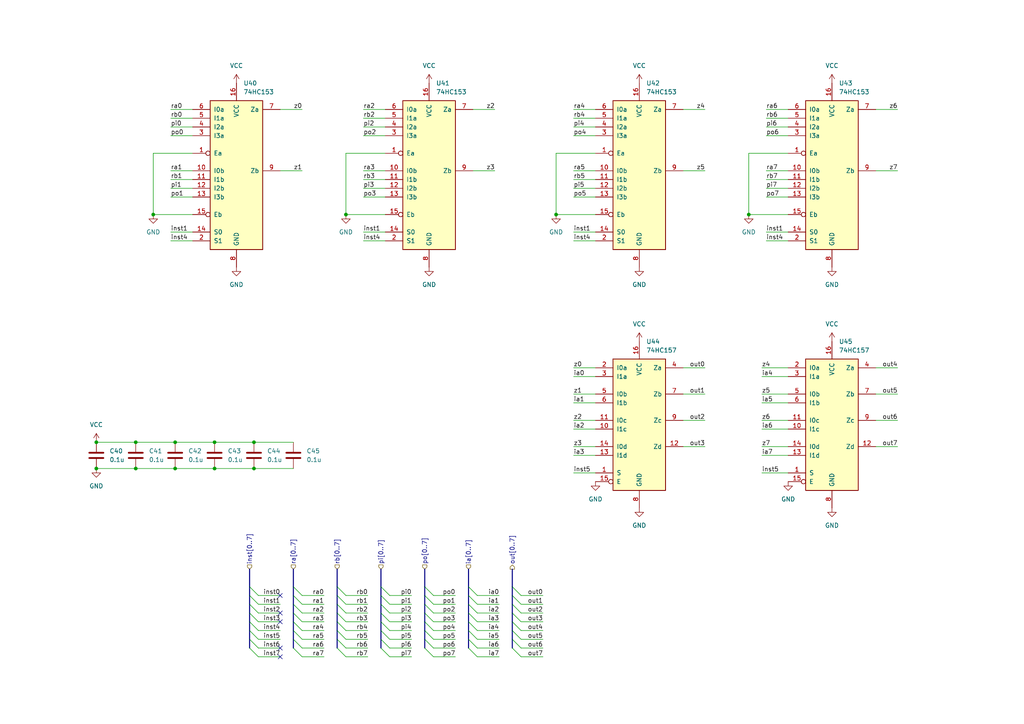
<source format=kicad_sch>
(kicad_sch (version 20211123) (generator eeschema)

  (uuid 51b1f1df-ff6f-4d3b-a201-c82be8f69e92)

  (paper "A4")

  (lib_symbols
    (symbol "74xx:74LS153" (pin_names (offset 1.016)) (in_bom yes) (on_board yes)
      (property "Reference" "U" (id 0) (at -7.62 21.59 0)
        (effects (font (size 1.27 1.27)))
      )
      (property "Value" "74LS153" (id 1) (at -7.62 -24.13 0)
        (effects (font (size 1.27 1.27)))
      )
      (property "Footprint" "" (id 2) (at 0 0 0)
        (effects (font (size 1.27 1.27)) hide)
      )
      (property "Datasheet" "http://www.ti.com/lit/gpn/sn74LS153" (id 3) (at 0 0 0)
        (effects (font (size 1.27 1.27)) hide)
      )
      (property "ki_locked" "" (id 4) (at 0 0 0)
        (effects (font (size 1.27 1.27)))
      )
      (property "ki_keywords" "TTL Mux4" (id 5) (at 0 0 0)
        (effects (font (size 1.27 1.27)) hide)
      )
      (property "ki_description" "Dual Multiplexer 4 to 1" (id 6) (at 0 0 0)
        (effects (font (size 1.27 1.27)) hide)
      )
      (property "ki_fp_filters" "DIP?16*" (id 7) (at 0 0 0)
        (effects (font (size 1.27 1.27)) hide)
      )
      (symbol "74LS153_1_0"
        (pin input inverted (at -12.7 5.08 0) (length 5.08)
          (name "Ea" (effects (font (size 1.27 1.27))))
          (number "1" (effects (font (size 1.27 1.27))))
        )
        (pin input line (at -12.7 0 0) (length 5.08)
          (name "I0b" (effects (font (size 1.27 1.27))))
          (number "10" (effects (font (size 1.27 1.27))))
        )
        (pin input line (at -12.7 -2.54 0) (length 5.08)
          (name "I1b" (effects (font (size 1.27 1.27))))
          (number "11" (effects (font (size 1.27 1.27))))
        )
        (pin input line (at -12.7 -5.08 0) (length 5.08)
          (name "I2b" (effects (font (size 1.27 1.27))))
          (number "12" (effects (font (size 1.27 1.27))))
        )
        (pin input line (at -12.7 -7.62 0) (length 5.08)
          (name "I3b" (effects (font (size 1.27 1.27))))
          (number "13" (effects (font (size 1.27 1.27))))
        )
        (pin input line (at -12.7 -17.78 0) (length 5.08)
          (name "S0" (effects (font (size 1.27 1.27))))
          (number "14" (effects (font (size 1.27 1.27))))
        )
        (pin input inverted (at -12.7 -12.7 0) (length 5.08)
          (name "Eb" (effects (font (size 1.27 1.27))))
          (number "15" (effects (font (size 1.27 1.27))))
        )
        (pin power_in line (at 0 25.4 270) (length 5.08)
          (name "VCC" (effects (font (size 1.27 1.27))))
          (number "16" (effects (font (size 1.27 1.27))))
        )
        (pin input line (at -12.7 -20.32 0) (length 5.08)
          (name "S1" (effects (font (size 1.27 1.27))))
          (number "2" (effects (font (size 1.27 1.27))))
        )
        (pin input line (at -12.7 10.16 0) (length 5.08)
          (name "I3a" (effects (font (size 1.27 1.27))))
          (number "3" (effects (font (size 1.27 1.27))))
        )
        (pin input line (at -12.7 12.7 0) (length 5.08)
          (name "I2a" (effects (font (size 1.27 1.27))))
          (number "4" (effects (font (size 1.27 1.27))))
        )
        (pin input line (at -12.7 15.24 0) (length 5.08)
          (name "I1a" (effects (font (size 1.27 1.27))))
          (number "5" (effects (font (size 1.27 1.27))))
        )
        (pin input line (at -12.7 17.78 0) (length 5.08)
          (name "I0a" (effects (font (size 1.27 1.27))))
          (number "6" (effects (font (size 1.27 1.27))))
        )
        (pin output line (at 12.7 17.78 180) (length 5.08)
          (name "Za" (effects (font (size 1.27 1.27))))
          (number "7" (effects (font (size 1.27 1.27))))
        )
        (pin power_in line (at 0 -27.94 90) (length 5.08)
          (name "GND" (effects (font (size 1.27 1.27))))
          (number "8" (effects (font (size 1.27 1.27))))
        )
        (pin output line (at 12.7 0 180) (length 5.08)
          (name "Zb" (effects (font (size 1.27 1.27))))
          (number "9" (effects (font (size 1.27 1.27))))
        )
      )
      (symbol "74LS153_1_1"
        (rectangle (start -7.62 20.32) (end 7.62 -22.86)
          (stroke (width 0.254) (type default) (color 0 0 0 0))
          (fill (type background))
        )
      )
    )
    (symbol "74xx:74LS157" (pin_names (offset 1.016)) (in_bom yes) (on_board yes)
      (property "Reference" "U" (id 0) (at -7.62 19.05 0)
        (effects (font (size 1.27 1.27)))
      )
      (property "Value" "74LS157" (id 1) (at -7.62 -21.59 0)
        (effects (font (size 1.27 1.27)))
      )
      (property "Footprint" "" (id 2) (at 0 0 0)
        (effects (font (size 1.27 1.27)) hide)
      )
      (property "Datasheet" "http://www.ti.com/lit/gpn/sn74LS157" (id 3) (at 0 0 0)
        (effects (font (size 1.27 1.27)) hide)
      )
      (property "ki_locked" "" (id 4) (at 0 0 0)
        (effects (font (size 1.27 1.27)))
      )
      (property "ki_keywords" "TTL MUX MUX2" (id 5) (at 0 0 0)
        (effects (font (size 1.27 1.27)) hide)
      )
      (property "ki_description" "Quad 2 to 1 line Multiplexer" (id 6) (at 0 0 0)
        (effects (font (size 1.27 1.27)) hide)
      )
      (property "ki_fp_filters" "DIP?16*" (id 7) (at 0 0 0)
        (effects (font (size 1.27 1.27)) hide)
      )
      (symbol "74LS157_1_0"
        (pin input line (at -12.7 -15.24 0) (length 5.08)
          (name "S" (effects (font (size 1.27 1.27))))
          (number "1" (effects (font (size 1.27 1.27))))
        )
        (pin input line (at -12.7 -2.54 0) (length 5.08)
          (name "I1c" (effects (font (size 1.27 1.27))))
          (number "10" (effects (font (size 1.27 1.27))))
        )
        (pin input line (at -12.7 0 0) (length 5.08)
          (name "I0c" (effects (font (size 1.27 1.27))))
          (number "11" (effects (font (size 1.27 1.27))))
        )
        (pin output line (at 12.7 -7.62 180) (length 5.08)
          (name "Zd" (effects (font (size 1.27 1.27))))
          (number "12" (effects (font (size 1.27 1.27))))
        )
        (pin input line (at -12.7 -10.16 0) (length 5.08)
          (name "I1d" (effects (font (size 1.27 1.27))))
          (number "13" (effects (font (size 1.27 1.27))))
        )
        (pin input line (at -12.7 -7.62 0) (length 5.08)
          (name "I0d" (effects (font (size 1.27 1.27))))
          (number "14" (effects (font (size 1.27 1.27))))
        )
        (pin input inverted (at -12.7 -17.78 0) (length 5.08)
          (name "E" (effects (font (size 1.27 1.27))))
          (number "15" (effects (font (size 1.27 1.27))))
        )
        (pin power_in line (at 0 22.86 270) (length 5.08)
          (name "VCC" (effects (font (size 1.27 1.27))))
          (number "16" (effects (font (size 1.27 1.27))))
        )
        (pin input line (at -12.7 15.24 0) (length 5.08)
          (name "I0a" (effects (font (size 1.27 1.27))))
          (number "2" (effects (font (size 1.27 1.27))))
        )
        (pin input line (at -12.7 12.7 0) (length 5.08)
          (name "I1a" (effects (font (size 1.27 1.27))))
          (number "3" (effects (font (size 1.27 1.27))))
        )
        (pin output line (at 12.7 15.24 180) (length 5.08)
          (name "Za" (effects (font (size 1.27 1.27))))
          (number "4" (effects (font (size 1.27 1.27))))
        )
        (pin input line (at -12.7 7.62 0) (length 5.08)
          (name "I0b" (effects (font (size 1.27 1.27))))
          (number "5" (effects (font (size 1.27 1.27))))
        )
        (pin input line (at -12.7 5.08 0) (length 5.08)
          (name "I1b" (effects (font (size 1.27 1.27))))
          (number "6" (effects (font (size 1.27 1.27))))
        )
        (pin output line (at 12.7 7.62 180) (length 5.08)
          (name "Zb" (effects (font (size 1.27 1.27))))
          (number "7" (effects (font (size 1.27 1.27))))
        )
        (pin power_in line (at 0 -25.4 90) (length 5.08)
          (name "GND" (effects (font (size 1.27 1.27))))
          (number "8" (effects (font (size 1.27 1.27))))
        )
        (pin output line (at 12.7 0 180) (length 5.08)
          (name "Zc" (effects (font (size 1.27 1.27))))
          (number "9" (effects (font (size 1.27 1.27))))
        )
      )
      (symbol "74LS157_1_1"
        (rectangle (start -7.62 17.78) (end 7.62 -20.32)
          (stroke (width 0.254) (type default) (color 0 0 0 0))
          (fill (type background))
        )
      )
    )
    (symbol "Device:C" (pin_numbers hide) (pin_names (offset 0.254)) (in_bom yes) (on_board yes)
      (property "Reference" "C" (id 0) (at 0.635 2.54 0)
        (effects (font (size 1.27 1.27)) (justify left))
      )
      (property "Value" "C" (id 1) (at 0.635 -2.54 0)
        (effects (font (size 1.27 1.27)) (justify left))
      )
      (property "Footprint" "" (id 2) (at 0.9652 -3.81 0)
        (effects (font (size 1.27 1.27)) hide)
      )
      (property "Datasheet" "~" (id 3) (at 0 0 0)
        (effects (font (size 1.27 1.27)) hide)
      )
      (property "ki_keywords" "cap capacitor" (id 4) (at 0 0 0)
        (effects (font (size 1.27 1.27)) hide)
      )
      (property "ki_description" "Unpolarized capacitor" (id 5) (at 0 0 0)
        (effects (font (size 1.27 1.27)) hide)
      )
      (property "ki_fp_filters" "C_*" (id 6) (at 0 0 0)
        (effects (font (size 1.27 1.27)) hide)
      )
      (symbol "C_0_1"
        (polyline
          (pts
            (xy -2.032 -0.762)
            (xy 2.032 -0.762)
          )
          (stroke (width 0.508) (type default) (color 0 0 0 0))
          (fill (type none))
        )
        (polyline
          (pts
            (xy -2.032 0.762)
            (xy 2.032 0.762)
          )
          (stroke (width 0.508) (type default) (color 0 0 0 0))
          (fill (type none))
        )
      )
      (symbol "C_1_1"
        (pin passive line (at 0 3.81 270) (length 2.794)
          (name "~" (effects (font (size 1.27 1.27))))
          (number "1" (effects (font (size 1.27 1.27))))
        )
        (pin passive line (at 0 -3.81 90) (length 2.794)
          (name "~" (effects (font (size 1.27 1.27))))
          (number "2" (effects (font (size 1.27 1.27))))
        )
      )
    )
    (symbol "power:GND" (power) (pin_names (offset 0)) (in_bom yes) (on_board yes)
      (property "Reference" "#PWR" (id 0) (at 0 -6.35 0)
        (effects (font (size 1.27 1.27)) hide)
      )
      (property "Value" "GND" (id 1) (at 0 -3.81 0)
        (effects (font (size 1.27 1.27)))
      )
      (property "Footprint" "" (id 2) (at 0 0 0)
        (effects (font (size 1.27 1.27)) hide)
      )
      (property "Datasheet" "" (id 3) (at 0 0 0)
        (effects (font (size 1.27 1.27)) hide)
      )
      (property "ki_keywords" "power-flag" (id 4) (at 0 0 0)
        (effects (font (size 1.27 1.27)) hide)
      )
      (property "ki_description" "Power symbol creates a global label with name \"GND\" , ground" (id 5) (at 0 0 0)
        (effects (font (size 1.27 1.27)) hide)
      )
      (symbol "GND_0_1"
        (polyline
          (pts
            (xy 0 0)
            (xy 0 -1.27)
            (xy 1.27 -1.27)
            (xy 0 -2.54)
            (xy -1.27 -1.27)
            (xy 0 -1.27)
          )
          (stroke (width 0) (type default) (color 0 0 0 0))
          (fill (type none))
        )
      )
      (symbol "GND_1_1"
        (pin power_in line (at 0 0 270) (length 0) hide
          (name "GND" (effects (font (size 1.27 1.27))))
          (number "1" (effects (font (size 1.27 1.27))))
        )
      )
    )
    (symbol "power:VCC" (power) (pin_names (offset 0)) (in_bom yes) (on_board yes)
      (property "Reference" "#PWR" (id 0) (at 0 -3.81 0)
        (effects (font (size 1.27 1.27)) hide)
      )
      (property "Value" "VCC" (id 1) (at 0 3.81 0)
        (effects (font (size 1.27 1.27)))
      )
      (property "Footprint" "" (id 2) (at 0 0 0)
        (effects (font (size 1.27 1.27)) hide)
      )
      (property "Datasheet" "" (id 3) (at 0 0 0)
        (effects (font (size 1.27 1.27)) hide)
      )
      (property "ki_keywords" "power-flag" (id 4) (at 0 0 0)
        (effects (font (size 1.27 1.27)) hide)
      )
      (property "ki_description" "Power symbol creates a global label with name \"VCC\"" (id 5) (at 0 0 0)
        (effects (font (size 1.27 1.27)) hide)
      )
      (symbol "VCC_0_1"
        (polyline
          (pts
            (xy -0.762 1.27)
            (xy 0 2.54)
          )
          (stroke (width 0) (type default) (color 0 0 0 0))
          (fill (type none))
        )
        (polyline
          (pts
            (xy 0 0)
            (xy 0 2.54)
          )
          (stroke (width 0) (type default) (color 0 0 0 0))
          (fill (type none))
        )
        (polyline
          (pts
            (xy 0 2.54)
            (xy 0.762 1.27)
          )
          (stroke (width 0) (type default) (color 0 0 0 0))
          (fill (type none))
        )
      )
      (symbol "VCC_1_1"
        (pin power_in line (at 0 0 90) (length 0) hide
          (name "VCC" (effects (font (size 1.27 1.27))))
          (number "1" (effects (font (size 1.27 1.27))))
        )
      )
    )
  )

  (junction (at 27.94 135.89) (diameter 0) (color 0 0 0 0)
    (uuid 029ad020-cbce-4bbe-9b1b-68d4e37e7c07)
  )
  (junction (at 39.37 135.89) (diameter 0) (color 0 0 0 0)
    (uuid 075c2dd2-c28c-474b-9951-98610e6774c9)
  )
  (junction (at 62.23 128.27) (diameter 0) (color 0 0 0 0)
    (uuid 17bb5ed6-7938-4cad-8d67-6eabacfeba85)
  )
  (junction (at 100.33 62.23) (diameter 0) (color 0 0 0 0)
    (uuid 1c557be4-c782-4b56-81f5-96340bb40864)
  )
  (junction (at 73.66 128.27) (diameter 0) (color 0 0 0 0)
    (uuid 24b11c2f-eb0b-4f48-b837-72082bac6136)
  )
  (junction (at 39.37 128.27) (diameter 0) (color 0 0 0 0)
    (uuid 24b63c21-d5ca-4cd5-9bf5-b606d1f8482b)
  )
  (junction (at 44.45 62.23) (diameter 0) (color 0 0 0 0)
    (uuid 286218c8-d4ca-4e65-8f6d-fa7a9a756e61)
  )
  (junction (at 27.94 128.27) (diameter 0) (color 0 0 0 0)
    (uuid 740c26cd-646d-46be-b05a-8495ecccdc8d)
  )
  (junction (at 217.17 62.23) (diameter 0) (color 0 0 0 0)
    (uuid 76e3a29c-32e5-4b9a-a5be-37f6cf97c25c)
  )
  (junction (at 62.23 135.89) (diameter 0) (color 0 0 0 0)
    (uuid 818eae0b-7725-4622-96f3-1cf7a59e5ba2)
  )
  (junction (at 73.66 135.89) (diameter 0) (color 0 0 0 0)
    (uuid b88684ba-46fd-4a2f-a564-b37c82da6dd9)
  )
  (junction (at 50.8 135.89) (diameter 0) (color 0 0 0 0)
    (uuid cb632a41-2fb6-4c5a-8186-1d4dbe0122bd)
  )
  (junction (at 50.8 128.27) (diameter 0) (color 0 0 0 0)
    (uuid d817bfac-4836-4349-9c87-bbce3c46b0a9)
  )
  (junction (at 161.29 62.23) (diameter 0) (color 0 0 0 0)
    (uuid def82dde-87c3-4a41-b2ea-82dc155374a3)
  )

  (no_connect (at 81.28 172.72) (uuid 6a285b0e-afb2-45c5-9236-bb29f09efd80))
  (no_connect (at 81.28 177.8) (uuid 77182af0-27e9-4251-915a-efa8c597aa46))
  (no_connect (at 81.28 187.96) (uuid 8d2be9e8-f35d-46c9-a4a8-aca022ed0ff8))
  (no_connect (at 81.28 180.34) (uuid c3faecc3-2df1-4182-a936-096994685032))
  (no_connect (at 81.28 190.5) (uuid d51025f9-0415-44ad-acd5-d57a691dda1e))

  (bus_entry (at 148.59 185.42) (size 2.54 2.54)
    (stroke (width 0) (type default) (color 0 0 0 0))
    (uuid 01709292-8e37-4145-9d19-5fc5755f1648)
  )
  (bus_entry (at 135.89 187.96) (size 2.54 2.54)
    (stroke (width 0) (type default) (color 0 0 0 0))
    (uuid 0edaeb93-283e-4a4a-a8c0-99d8c133a734)
  )
  (bus_entry (at 97.79 170.18) (size 2.54 2.54)
    (stroke (width 0) (type default) (color 0 0 0 0))
    (uuid 16f3cd4c-1ad5-49d5-90e5-e0704a91267a)
  )
  (bus_entry (at 110.49 180.34) (size 2.54 2.54)
    (stroke (width 0) (type default) (color 0 0 0 0))
    (uuid 1a5765d9-ff78-42f1-8049-4327f8453e5d)
  )
  (bus_entry (at 97.79 172.72) (size 2.54 2.54)
    (stroke (width 0) (type default) (color 0 0 0 0))
    (uuid 1c840637-f152-40fb-a020-504614ac2720)
  )
  (bus_entry (at 110.49 185.42) (size 2.54 2.54)
    (stroke (width 0) (type default) (color 0 0 0 0))
    (uuid 2416e46a-3dcf-488e-ad01-e3635c1202a5)
  )
  (bus_entry (at 110.49 187.96) (size 2.54 2.54)
    (stroke (width 0) (type default) (color 0 0 0 0))
    (uuid 26d3be9f-8747-44e3-9843-0b09ab75b4e5)
  )
  (bus_entry (at 72.39 170.18) (size 2.54 2.54)
    (stroke (width 0) (type default) (color 0 0 0 0))
    (uuid 286ce3ca-2841-430b-87a1-688030e7f330)
  )
  (bus_entry (at 85.09 177.8) (size 2.54 2.54)
    (stroke (width 0) (type default) (color 0 0 0 0))
    (uuid 2a548c77-a931-4c9d-ab5c-0d93986023fc)
  )
  (bus_entry (at 97.79 187.96) (size 2.54 2.54)
    (stroke (width 0) (type default) (color 0 0 0 0))
    (uuid 2db3c1e9-40fa-4a77-b017-ca50f1b74178)
  )
  (bus_entry (at 85.09 175.26) (size 2.54 2.54)
    (stroke (width 0) (type default) (color 0 0 0 0))
    (uuid 305c181c-243a-4b28-9604-f6b6b52266f9)
  )
  (bus_entry (at 123.19 182.88) (size 2.54 2.54)
    (stroke (width 0) (type default) (color 0 0 0 0))
    (uuid 31ab622b-f7c2-4bbc-b695-29495849db28)
  )
  (bus_entry (at 85.09 182.88) (size 2.54 2.54)
    (stroke (width 0) (type default) (color 0 0 0 0))
    (uuid 3758e555-3bcb-4a72-9231-a0ad56636263)
  )
  (bus_entry (at 123.19 175.26) (size 2.54 2.54)
    (stroke (width 0) (type default) (color 0 0 0 0))
    (uuid 38877d2a-2307-4cc3-b0d2-a5047b49fba4)
  )
  (bus_entry (at 110.49 170.18) (size 2.54 2.54)
    (stroke (width 0) (type default) (color 0 0 0 0))
    (uuid 44cd28b6-0edd-402e-9f49-49cd8c7e19f5)
  )
  (bus_entry (at 85.09 185.42) (size 2.54 2.54)
    (stroke (width 0) (type default) (color 0 0 0 0))
    (uuid 4879226a-c5a1-4eeb-8599-6185629dbdec)
  )
  (bus_entry (at 135.89 180.34) (size 2.54 2.54)
    (stroke (width 0) (type default) (color 0 0 0 0))
    (uuid 491ac8ab-969b-4107-985c-6a343d588d74)
  )
  (bus_entry (at 110.49 177.8) (size 2.54 2.54)
    (stroke (width 0) (type default) (color 0 0 0 0))
    (uuid 4a9463fb-dc5b-4faa-a865-9d7790deaec9)
  )
  (bus_entry (at 97.79 182.88) (size 2.54 2.54)
    (stroke (width 0) (type default) (color 0 0 0 0))
    (uuid 5a83c0d4-1770-4388-a2f2-9e0ab53ca3b5)
  )
  (bus_entry (at 110.49 182.88) (size 2.54 2.54)
    (stroke (width 0) (type default) (color 0 0 0 0))
    (uuid 5c520cb9-538e-4385-a920-4ba40b077aca)
  )
  (bus_entry (at 123.19 170.18) (size 2.54 2.54)
    (stroke (width 0) (type default) (color 0 0 0 0))
    (uuid 5cc7449c-c50f-4e65-ac51-026ef94d1723)
  )
  (bus_entry (at 72.39 172.72) (size 2.54 2.54)
    (stroke (width 0) (type default) (color 0 0 0 0))
    (uuid 617d2212-6931-4458-abab-8a77bee87c28)
  )
  (bus_entry (at 123.19 185.42) (size 2.54 2.54)
    (stroke (width 0) (type default) (color 0 0 0 0))
    (uuid 6764ff95-7964-4fd4-9e61-6263c485e990)
  )
  (bus_entry (at 135.89 170.18) (size 2.54 2.54)
    (stroke (width 0) (type default) (color 0 0 0 0))
    (uuid 6e2cce05-3a95-47ce-a1fe-172c97081c87)
  )
  (bus_entry (at 148.59 182.88) (size 2.54 2.54)
    (stroke (width 0) (type default) (color 0 0 0 0))
    (uuid 6e470ca1-c9f5-4af5-be63-71dce0fa477d)
  )
  (bus_entry (at 148.59 172.72) (size 2.54 2.54)
    (stroke (width 0) (type default) (color 0 0 0 0))
    (uuid 6fff82c6-3434-45a4-89ec-90548fc20a74)
  )
  (bus_entry (at 97.79 185.42) (size 2.54 2.54)
    (stroke (width 0) (type default) (color 0 0 0 0))
    (uuid 77554fc1-90d5-4609-bd33-ff3908c60fd7)
  )
  (bus_entry (at 85.09 172.72) (size 2.54 2.54)
    (stroke (width 0) (type default) (color 0 0 0 0))
    (uuid 83437e1c-1f24-4c6a-80f1-7cb10e873213)
  )
  (bus_entry (at 72.39 177.8) (size 2.54 2.54)
    (stroke (width 0) (type default) (color 0 0 0 0))
    (uuid 8e8d894a-df28-42d9-bf2c-5c6058ecf023)
  )
  (bus_entry (at 135.89 177.8) (size 2.54 2.54)
    (stroke (width 0) (type default) (color 0 0 0 0))
    (uuid 94a6adf2-c106-496e-90eb-f65ac1bff640)
  )
  (bus_entry (at 110.49 172.72) (size 2.54 2.54)
    (stroke (width 0) (type default) (color 0 0 0 0))
    (uuid 99bddee0-e37d-4ae0-9f5a-f9e11515edb8)
  )
  (bus_entry (at 123.19 177.8) (size 2.54 2.54)
    (stroke (width 0) (type default) (color 0 0 0 0))
    (uuid 9ba4adf8-82bf-4d4c-ab99-ab05780f80a1)
  )
  (bus_entry (at 110.49 175.26) (size 2.54 2.54)
    (stroke (width 0) (type default) (color 0 0 0 0))
    (uuid 9e740ebf-977e-4a2c-80e2-9181aa754ee2)
  )
  (bus_entry (at 97.79 175.26) (size 2.54 2.54)
    (stroke (width 0) (type default) (color 0 0 0 0))
    (uuid a43d5a5a-9f74-40a5-abf3-f871b2669112)
  )
  (bus_entry (at 148.59 187.96) (size 2.54 2.54)
    (stroke (width 0) (type default) (color 0 0 0 0))
    (uuid a5a970b7-acc6-4568-8030-2d6912a4345e)
  )
  (bus_entry (at 135.89 172.72) (size 2.54 2.54)
    (stroke (width 0) (type default) (color 0 0 0 0))
    (uuid a8d44d53-310f-4970-baf8-edf80bf46000)
  )
  (bus_entry (at 72.39 182.88) (size 2.54 2.54)
    (stroke (width 0) (type default) (color 0 0 0 0))
    (uuid a92eab7f-b576-48b1-8b5e-aaec93aa82b8)
  )
  (bus_entry (at 148.59 170.18) (size 2.54 2.54)
    (stroke (width 0) (type default) (color 0 0 0 0))
    (uuid aab1c3f8-f41d-498a-a418-39b54e1c42ee)
  )
  (bus_entry (at 72.39 185.42) (size 2.54 2.54)
    (stroke (width 0) (type default) (color 0 0 0 0))
    (uuid aba47b09-f11a-4127-9394-21178add198b)
  )
  (bus_entry (at 135.89 185.42) (size 2.54 2.54)
    (stroke (width 0) (type default) (color 0 0 0 0))
    (uuid af7531ff-1421-43aa-9cb3-1f075acc8fff)
  )
  (bus_entry (at 85.09 170.18) (size 2.54 2.54)
    (stroke (width 0) (type default) (color 0 0 0 0))
    (uuid b13397f9-efdb-48e3-a346-37f60abfbc41)
  )
  (bus_entry (at 72.39 180.34) (size 2.54 2.54)
    (stroke (width 0) (type default) (color 0 0 0 0))
    (uuid b2b1405f-6687-4b1d-a2cc-291c71cb3cec)
  )
  (bus_entry (at 148.59 180.34) (size 2.54 2.54)
    (stroke (width 0) (type default) (color 0 0 0 0))
    (uuid bd6c9b6c-1dcc-4713-bcc1-7959b2f645a9)
  )
  (bus_entry (at 85.09 187.96) (size 2.54 2.54)
    (stroke (width 0) (type default) (color 0 0 0 0))
    (uuid c45e170c-622a-4cd9-a787-97c200ea3e77)
  )
  (bus_entry (at 148.59 177.8) (size 2.54 2.54)
    (stroke (width 0) (type default) (color 0 0 0 0))
    (uuid ce8a99fe-6bbf-400f-9b65-d7e0c4da5425)
  )
  (bus_entry (at 72.39 175.26) (size 2.54 2.54)
    (stroke (width 0) (type default) (color 0 0 0 0))
    (uuid d25d959c-4da6-4f27-a748-25bba8962bee)
  )
  (bus_entry (at 85.09 180.34) (size 2.54 2.54)
    (stroke (width 0) (type default) (color 0 0 0 0))
    (uuid d3d0a2fe-a7f9-4393-9c05-5ba2bc0c24d2)
  )
  (bus_entry (at 72.39 187.96) (size 2.54 2.54)
    (stroke (width 0) (type default) (color 0 0 0 0))
    (uuid d4f154b1-a803-4c3a-bee7-4193f68b2497)
  )
  (bus_entry (at 97.79 177.8) (size 2.54 2.54)
    (stroke (width 0) (type default) (color 0 0 0 0))
    (uuid df1f5a65-69eb-4160-bc44-cb7942927da5)
  )
  (bus_entry (at 123.19 172.72) (size 2.54 2.54)
    (stroke (width 0) (type default) (color 0 0 0 0))
    (uuid e39b84fb-b64f-4e2a-8109-101d1ded83c6)
  )
  (bus_entry (at 97.79 180.34) (size 2.54 2.54)
    (stroke (width 0) (type default) (color 0 0 0 0))
    (uuid e7dd340e-8c53-4e87-a479-d3e228b9a46c)
  )
  (bus_entry (at 135.89 182.88) (size 2.54 2.54)
    (stroke (width 0) (type default) (color 0 0 0 0))
    (uuid ecb7a1d4-48d3-425f-8ca4-fca9d75511d5)
  )
  (bus_entry (at 148.59 175.26) (size 2.54 2.54)
    (stroke (width 0) (type default) (color 0 0 0 0))
    (uuid efecafb2-655f-4ac3-8544-55322f9bb64a)
  )
  (bus_entry (at 135.89 175.26) (size 2.54 2.54)
    (stroke (width 0) (type default) (color 0 0 0 0))
    (uuid f8264814-dcd7-4fca-a7cb-cd7e1e032c9c)
  )
  (bus_entry (at 123.19 187.96) (size 2.54 2.54)
    (stroke (width 0) (type default) (color 0 0 0 0))
    (uuid f919b487-69e5-4661-a7c6-abbe026d4968)
  )
  (bus_entry (at 123.19 180.34) (size 2.54 2.54)
    (stroke (width 0) (type default) (color 0 0 0 0))
    (uuid fabf0c0b-5fa4-423b-8d56-1bdfccbf3c31)
  )

  (wire (pts (xy 166.37 67.31) (xy 172.72 67.31))
    (stroke (width 0) (type default) (color 0 0 0 0))
    (uuid 006a2c5c-356b-44e7-b5e3-939f5f344930)
  )
  (bus (pts (xy 135.89 172.72) (xy 135.89 175.26))
    (stroke (width 0) (type default) (color 0 0 0 0))
    (uuid 008ad4d7-da42-4140-abf9-cd67db65aee8)
  )

  (wire (pts (xy 222.25 49.53) (xy 228.6 49.53))
    (stroke (width 0) (type default) (color 0 0 0 0))
    (uuid 0427e040-c753-4d3c-9928-6df3d372a323)
  )
  (wire (pts (xy 198.12 106.68) (xy 204.47 106.68))
    (stroke (width 0) (type default) (color 0 0 0 0))
    (uuid 0516f354-c9b6-4cd6-86fa-fcdd7215b12a)
  )
  (wire (pts (xy 49.53 39.37) (xy 55.88 39.37))
    (stroke (width 0) (type default) (color 0 0 0 0))
    (uuid 05f9f5b3-e035-47d6-a14f-22f1624869d4)
  )
  (wire (pts (xy 81.28 31.75) (xy 87.63 31.75))
    (stroke (width 0) (type default) (color 0 0 0 0))
    (uuid 0665da39-fc16-4df9-ad09-318387c59e99)
  )
  (wire (pts (xy 125.73 182.88) (xy 132.08 182.88))
    (stroke (width 0) (type default) (color 0 0 0 0))
    (uuid 06e179c1-b227-4e68-878f-738ece7dd713)
  )
  (bus (pts (xy 123.19 165.1) (xy 123.19 170.18))
    (stroke (width 0) (type default) (color 0 0 0 0))
    (uuid 0760c0b1-7917-43c4-b7be-4cf17485e3d5)
  )

  (wire (pts (xy 166.37 109.22) (xy 172.72 109.22))
    (stroke (width 0) (type default) (color 0 0 0 0))
    (uuid 093391fa-ea39-4db7-8fb6-54aadb185c7e)
  )
  (wire (pts (xy 166.37 57.15) (xy 172.72 57.15))
    (stroke (width 0) (type default) (color 0 0 0 0))
    (uuid 0af66e63-5da3-4e20-880e-187749c85a9b)
  )
  (wire (pts (xy 49.53 67.31) (xy 55.88 67.31))
    (stroke (width 0) (type default) (color 0 0 0 0))
    (uuid 0b744188-0050-46fd-867c-7394dcc17073)
  )
  (wire (pts (xy 228.6 44.45) (xy 217.17 44.45))
    (stroke (width 0) (type default) (color 0 0 0 0))
    (uuid 0cdca922-6b1a-4828-a3f9-25504eb372e6)
  )
  (wire (pts (xy 222.25 34.29) (xy 228.6 34.29))
    (stroke (width 0) (type default) (color 0 0 0 0))
    (uuid 0d75ff12-1cd9-4e0f-8e25-ebcc6c152319)
  )
  (wire (pts (xy 105.41 39.37) (xy 111.76 39.37))
    (stroke (width 0) (type default) (color 0 0 0 0))
    (uuid 0e030e9c-8b7b-45cc-846b-abe6e54542f2)
  )
  (wire (pts (xy 125.73 177.8) (xy 132.08 177.8))
    (stroke (width 0) (type default) (color 0 0 0 0))
    (uuid 1175e6ec-7a45-49e1-a6b7-78a24af69998)
  )
  (wire (pts (xy 166.37 49.53) (xy 172.72 49.53))
    (stroke (width 0) (type default) (color 0 0 0 0))
    (uuid 11e14ebc-b065-4507-a69a-7f0e866559dc)
  )
  (wire (pts (xy 100.33 180.34) (xy 106.68 180.34))
    (stroke (width 0) (type default) (color 0 0 0 0))
    (uuid 1204b7aa-c37d-4eb0-bc62-1e089e271e93)
  )
  (wire (pts (xy 166.37 52.07) (xy 172.72 52.07))
    (stroke (width 0) (type default) (color 0 0 0 0))
    (uuid 1295d80a-2bee-4804-bb22-7bc961e44ff0)
  )
  (bus (pts (xy 135.89 185.42) (xy 135.89 187.96))
    (stroke (width 0) (type default) (color 0 0 0 0))
    (uuid 1492ed44-2a3d-4bf4-83ac-9a4fd03ab7f6)
  )

  (wire (pts (xy 49.53 54.61) (xy 55.88 54.61))
    (stroke (width 0) (type default) (color 0 0 0 0))
    (uuid 14fe315b-aa2d-49e7-a3be-aa7e7e44b265)
  )
  (wire (pts (xy 105.41 57.15) (xy 111.76 57.15))
    (stroke (width 0) (type default) (color 0 0 0 0))
    (uuid 191855c3-676f-4cc3-9fa5-6cda15c5dce4)
  )
  (bus (pts (xy 148.59 185.42) (xy 148.59 187.96))
    (stroke (width 0) (type default) (color 0 0 0 0))
    (uuid 1afa7cfe-9455-4936-b717-dd314d2f00bd)
  )

  (wire (pts (xy 125.73 175.26) (xy 132.08 175.26))
    (stroke (width 0) (type default) (color 0 0 0 0))
    (uuid 1bd4470a-42c3-4ae8-b94d-de06d8c2e031)
  )
  (bus (pts (xy 110.49 182.88) (xy 110.49 185.42))
    (stroke (width 0) (type default) (color 0 0 0 0))
    (uuid 1c2e4fde-9cc2-4296-abe4-983ac088a674)
  )

  (wire (pts (xy 105.41 52.07) (xy 111.76 52.07))
    (stroke (width 0) (type default) (color 0 0 0 0))
    (uuid 1e8624c3-865d-46ed-b637-3b52e7288cca)
  )
  (bus (pts (xy 135.89 175.26) (xy 135.89 177.8))
    (stroke (width 0) (type default) (color 0 0 0 0))
    (uuid 1f61ff5c-5e02-472d-803a-2ab81c28bd85)
  )

  (wire (pts (xy 49.53 34.29) (xy 55.88 34.29))
    (stroke (width 0) (type default) (color 0 0 0 0))
    (uuid 211338a2-f956-45d5-a8ce-148bf32031a1)
  )
  (bus (pts (xy 97.79 177.8) (xy 97.79 180.34))
    (stroke (width 0) (type default) (color 0 0 0 0))
    (uuid 2179ade1-4542-425e-ba72-4c958c3199c9)
  )

  (wire (pts (xy 220.98 114.3) (xy 228.6 114.3))
    (stroke (width 0) (type default) (color 0 0 0 0))
    (uuid 21940345-df44-4052-8a82-8619dcd0801c)
  )
  (wire (pts (xy 198.12 31.75) (xy 204.47 31.75))
    (stroke (width 0) (type default) (color 0 0 0 0))
    (uuid 21ced0ad-7dd8-4e5c-a837-0f0d994767e7)
  )
  (wire (pts (xy 125.73 180.34) (xy 132.08 180.34))
    (stroke (width 0) (type default) (color 0 0 0 0))
    (uuid 22749cb5-61b9-41a7-b41e-e8f385d56f0c)
  )
  (wire (pts (xy 138.43 190.5) (xy 144.78 190.5))
    (stroke (width 0) (type default) (color 0 0 0 0))
    (uuid 22e7074e-5fe5-47c3-b1c6-463f418724a2)
  )
  (wire (pts (xy 105.41 69.85) (xy 111.76 69.85))
    (stroke (width 0) (type default) (color 0 0 0 0))
    (uuid 2349d9a6-87fe-4383-b285-662cedb53c5d)
  )
  (wire (pts (xy 100.33 172.72) (xy 106.68 172.72))
    (stroke (width 0) (type default) (color 0 0 0 0))
    (uuid 235ee59e-8fb9-4e9f-8cf2-bfe624e8eb4c)
  )
  (wire (pts (xy 125.73 187.96) (xy 132.08 187.96))
    (stroke (width 0) (type default) (color 0 0 0 0))
    (uuid 25e3f6df-fb4d-4a6e-ae20-e25f108d1f04)
  )
  (wire (pts (xy 172.72 44.45) (xy 161.29 44.45))
    (stroke (width 0) (type default) (color 0 0 0 0))
    (uuid 2662dc84-fb49-4c73-b0ba-01f842aaf47f)
  )
  (wire (pts (xy 151.13 182.88) (xy 157.48 182.88))
    (stroke (width 0) (type default) (color 0 0 0 0))
    (uuid 26cda73e-cce6-4248-8d0c-b42bfe991830)
  )
  (wire (pts (xy 138.43 182.88) (xy 144.78 182.88))
    (stroke (width 0) (type default) (color 0 0 0 0))
    (uuid 2747a331-fcb1-4484-870f-bf1afcdcc1f3)
  )
  (wire (pts (xy 74.93 182.88) (xy 81.28 182.88))
    (stroke (width 0) (type default) (color 0 0 0 0))
    (uuid 2827681d-77a0-4492-acf0-923073d5a889)
  )
  (bus (pts (xy 97.79 165.1) (xy 97.79 170.18))
    (stroke (width 0) (type default) (color 0 0 0 0))
    (uuid 2b2a08ad-1821-4fb3-97a6-c6f1857de6b2)
  )
  (bus (pts (xy 97.79 180.34) (xy 97.79 182.88))
    (stroke (width 0) (type default) (color 0 0 0 0))
    (uuid 2b60814d-edb2-4a78-a0d0-963ff0290dd6)
  )

  (wire (pts (xy 62.23 128.27) (xy 73.66 128.27))
    (stroke (width 0) (type default) (color 0 0 0 0))
    (uuid 2c84d295-0c24-4f45-bb22-7b75e957eb2b)
  )
  (wire (pts (xy 166.37 114.3) (xy 172.72 114.3))
    (stroke (width 0) (type default) (color 0 0 0 0))
    (uuid 2d1eb4be-8bac-4887-b0fb-358a40357a66)
  )
  (wire (pts (xy 73.66 128.27) (xy 85.09 128.27))
    (stroke (width 0) (type default) (color 0 0 0 0))
    (uuid 2dcdd71f-81e6-43c8-b509-e4596a3eef98)
  )
  (bus (pts (xy 148.59 180.34) (xy 148.59 182.88))
    (stroke (width 0) (type default) (color 0 0 0 0))
    (uuid 2fb105f4-01af-4818-a0f8-3e5fed1914ef)
  )

  (wire (pts (xy 254 114.3) (xy 260.35 114.3))
    (stroke (width 0) (type default) (color 0 0 0 0))
    (uuid 30bf44a1-3cdc-4470-b170-27daf3361c08)
  )
  (wire (pts (xy 113.03 185.42) (xy 119.38 185.42))
    (stroke (width 0) (type default) (color 0 0 0 0))
    (uuid 30c18dde-fa3f-4a99-b2d4-7d51faf1421b)
  )
  (bus (pts (xy 148.59 182.88) (xy 148.59 185.42))
    (stroke (width 0) (type default) (color 0 0 0 0))
    (uuid 3229592c-14d2-45b8-afa5-25fea68ceb26)
  )

  (wire (pts (xy 198.12 129.54) (xy 204.47 129.54))
    (stroke (width 0) (type default) (color 0 0 0 0))
    (uuid 330149ff-6d85-42a5-a535-25d74e72fcbe)
  )
  (bus (pts (xy 123.19 170.18) (xy 123.19 172.72))
    (stroke (width 0) (type default) (color 0 0 0 0))
    (uuid 34d26930-047c-4dbb-8a30-3c0ebb80d8e1)
  )

  (wire (pts (xy 44.45 44.45) (xy 44.45 62.23))
    (stroke (width 0) (type default) (color 0 0 0 0))
    (uuid 36191484-a0d9-4d3e-8814-b2a1208f1960)
  )
  (wire (pts (xy 49.53 52.07) (xy 55.88 52.07))
    (stroke (width 0) (type default) (color 0 0 0 0))
    (uuid 3b323b86-c27c-44a1-9836-1f86dd832dba)
  )
  (wire (pts (xy 74.93 172.72) (xy 81.28 172.72))
    (stroke (width 0) (type default) (color 0 0 0 0))
    (uuid 3c4396df-9ed3-4707-8381-0263f5a2f93d)
  )
  (bus (pts (xy 110.49 170.18) (xy 110.49 172.72))
    (stroke (width 0) (type default) (color 0 0 0 0))
    (uuid 3d393c08-d5b3-4da4-aa70-9b4fb143d2a8)
  )

  (wire (pts (xy 27.94 128.27) (xy 39.37 128.27))
    (stroke (width 0) (type default) (color 0 0 0 0))
    (uuid 3e9c9bde-34ea-4550-af0e-d2dd4a188cb1)
  )
  (wire (pts (xy 105.41 34.29) (xy 111.76 34.29))
    (stroke (width 0) (type default) (color 0 0 0 0))
    (uuid 3f9e0579-e034-4a9a-a6b9-d224cfd10d87)
  )
  (bus (pts (xy 135.89 170.18) (xy 135.89 172.72))
    (stroke (width 0) (type default) (color 0 0 0 0))
    (uuid 4156c019-8879-4a27-8230-1697e1039063)
  )
  (bus (pts (xy 85.09 175.26) (xy 85.09 177.8))
    (stroke (width 0) (type default) (color 0 0 0 0))
    (uuid 41646d2d-9d8f-4b22-b9b1-d64a9b5711ff)
  )

  (wire (pts (xy 87.63 177.8) (xy 93.98 177.8))
    (stroke (width 0) (type default) (color 0 0 0 0))
    (uuid 420c5cdf-54f1-4d23-8d72-4a962b1e9203)
  )
  (wire (pts (xy 151.13 177.8) (xy 157.48 177.8))
    (stroke (width 0) (type default) (color 0 0 0 0))
    (uuid 4433795b-ae09-40e3-9d36-5862b0e99ad4)
  )
  (wire (pts (xy 138.43 175.26) (xy 144.78 175.26))
    (stroke (width 0) (type default) (color 0 0 0 0))
    (uuid 4680746e-a1c7-401e-91c6-aab134b2fd4e)
  )
  (wire (pts (xy 151.13 187.96) (xy 157.48 187.96))
    (stroke (width 0) (type default) (color 0 0 0 0))
    (uuid 46fee741-43bc-4597-967a-4031ef709fbd)
  )
  (wire (pts (xy 166.37 39.37) (xy 172.72 39.37))
    (stroke (width 0) (type default) (color 0 0 0 0))
    (uuid 47f3efa8-95f5-4d75-b24b-0ee409e15ba0)
  )
  (wire (pts (xy 49.53 31.75) (xy 55.88 31.75))
    (stroke (width 0) (type default) (color 0 0 0 0))
    (uuid 480eb426-b816-431a-a257-f1ba79f2fbde)
  )
  (wire (pts (xy 87.63 182.88) (xy 93.98 182.88))
    (stroke (width 0) (type default) (color 0 0 0 0))
    (uuid 48b7305a-abf3-4380-a049-4e03d8bacde1)
  )
  (wire (pts (xy 50.8 128.27) (xy 62.23 128.27))
    (stroke (width 0) (type default) (color 0 0 0 0))
    (uuid 48def7e6-dbb2-4125-ac1e-5907df93b39f)
  )
  (wire (pts (xy 222.25 31.75) (xy 228.6 31.75))
    (stroke (width 0) (type default) (color 0 0 0 0))
    (uuid 4b8581a2-09c5-4c3b-accc-cec684b965bb)
  )
  (bus (pts (xy 72.39 172.72) (xy 72.39 175.26))
    (stroke (width 0) (type default) (color 0 0 0 0))
    (uuid 4b9c1fcd-fc67-443f-87ec-6a05e730f42a)
  )
  (bus (pts (xy 97.79 185.42) (xy 97.79 187.96))
    (stroke (width 0) (type default) (color 0 0 0 0))
    (uuid 4d142a40-4fa1-4fc5-870f-288f1d7ddbfe)
  )

  (wire (pts (xy 105.41 36.83) (xy 111.76 36.83))
    (stroke (width 0) (type default) (color 0 0 0 0))
    (uuid 4d304b15-310a-4762-8cbc-9ed06e67bf09)
  )
  (wire (pts (xy 125.73 172.72) (xy 132.08 172.72))
    (stroke (width 0) (type default) (color 0 0 0 0))
    (uuid 4d746149-d611-401d-b51e-4739fc7543df)
  )
  (wire (pts (xy 220.98 132.08) (xy 228.6 132.08))
    (stroke (width 0) (type default) (color 0 0 0 0))
    (uuid 4fc7e9c2-c81d-467e-a8af-bd8d80685699)
  )
  (wire (pts (xy 49.53 69.85) (xy 55.88 69.85))
    (stroke (width 0) (type default) (color 0 0 0 0))
    (uuid 50cb77de-55ce-4112-b09f-58eb6ff77f9d)
  )
  (wire (pts (xy 137.16 31.75) (xy 143.51 31.75))
    (stroke (width 0) (type default) (color 0 0 0 0))
    (uuid 525b1a44-eafc-49a0-b645-335930f2c82b)
  )
  (wire (pts (xy 137.16 49.53) (xy 143.51 49.53))
    (stroke (width 0) (type default) (color 0 0 0 0))
    (uuid 528c6b09-63d7-4f0c-83fb-5972e8ec16be)
  )
  (wire (pts (xy 166.37 31.75) (xy 172.72 31.75))
    (stroke (width 0) (type default) (color 0 0 0 0))
    (uuid 543d2bdf-ebf4-48a1-aad3-fd7bff4a1936)
  )
  (wire (pts (xy 220.98 124.46) (xy 228.6 124.46))
    (stroke (width 0) (type default) (color 0 0 0 0))
    (uuid 55614492-3ea8-4b13-b168-682b2ceac520)
  )
  (wire (pts (xy 49.53 36.83) (xy 55.88 36.83))
    (stroke (width 0) (type default) (color 0 0 0 0))
    (uuid 56ecb6f6-0718-4b2c-9035-90bd5bf49545)
  )
  (wire (pts (xy 166.37 132.08) (xy 172.72 132.08))
    (stroke (width 0) (type default) (color 0 0 0 0))
    (uuid 58c78ead-19e2-4f2b-b65b-45f5c7025236)
  )
  (bus (pts (xy 97.79 170.18) (xy 97.79 172.72))
    (stroke (width 0) (type default) (color 0 0 0 0))
    (uuid 591791b1-d86b-45b0-bd54-93eea0c88655)
  )
  (bus (pts (xy 85.09 170.18) (xy 85.09 172.72))
    (stroke (width 0) (type default) (color 0 0 0 0))
    (uuid 597dc02d-a887-4b17-89a1-62e8fb3980fc)
  )
  (bus (pts (xy 148.59 165.1) (xy 148.59 170.18))
    (stroke (width 0) (type default) (color 0 0 0 0))
    (uuid 59a39d77-bd41-4a52-8247-0947563f5476)
  )
  (bus (pts (xy 123.19 175.26) (xy 123.19 177.8))
    (stroke (width 0) (type default) (color 0 0 0 0))
    (uuid 5acfbc52-9ceb-4c4d-b8ab-45f205f95245)
  )

  (wire (pts (xy 220.98 121.92) (xy 228.6 121.92))
    (stroke (width 0) (type default) (color 0 0 0 0))
    (uuid 5b59351a-ac99-436b-b86f-3e09459beb3a)
  )
  (wire (pts (xy 222.25 52.07) (xy 228.6 52.07))
    (stroke (width 0) (type default) (color 0 0 0 0))
    (uuid 5ba62cbb-ccf9-4d21-85c2-1a044e6ca534)
  )
  (wire (pts (xy 113.03 190.5) (xy 119.38 190.5))
    (stroke (width 0) (type default) (color 0 0 0 0))
    (uuid 5e5afd21-b582-47f2-b9f6-93cc21f717e5)
  )
  (bus (pts (xy 123.19 177.8) (xy 123.19 180.34))
    (stroke (width 0) (type default) (color 0 0 0 0))
    (uuid 5f3c2e75-7261-4d4b-8f16-9b31801ea1d1)
  )

  (wire (pts (xy 49.53 49.53) (xy 55.88 49.53))
    (stroke (width 0) (type default) (color 0 0 0 0))
    (uuid 5f7af111-3244-43c8-b812-a24804bed92a)
  )
  (wire (pts (xy 151.13 175.26) (xy 157.48 175.26))
    (stroke (width 0) (type default) (color 0 0 0 0))
    (uuid 626525d9-eda8-496d-970d-7d79f7c1bb5a)
  )
  (wire (pts (xy 254 121.92) (xy 260.35 121.92))
    (stroke (width 0) (type default) (color 0 0 0 0))
    (uuid 62d2a7f3-c1fd-448b-a70e-a46b65deb21b)
  )
  (wire (pts (xy 62.23 135.89) (xy 73.66 135.89))
    (stroke (width 0) (type default) (color 0 0 0 0))
    (uuid 64014f80-a236-4f36-9b94-3e4ebf69e2d7)
  )
  (bus (pts (xy 110.49 177.8) (xy 110.49 180.34))
    (stroke (width 0) (type default) (color 0 0 0 0))
    (uuid 65a8bcda-74b8-4763-8a76-c2c3ebbf3e47)
  )

  (wire (pts (xy 81.28 49.53) (xy 87.63 49.53))
    (stroke (width 0) (type default) (color 0 0 0 0))
    (uuid 66bbd0c2-fc21-455f-87f9-3441dea15de4)
  )
  (wire (pts (xy 222.25 69.85) (xy 228.6 69.85))
    (stroke (width 0) (type default) (color 0 0 0 0))
    (uuid 6a9dc79b-e5c4-4462-9a2a-e99f5d93afc8)
  )
  (wire (pts (xy 138.43 180.34) (xy 144.78 180.34))
    (stroke (width 0) (type default) (color 0 0 0 0))
    (uuid 6afac78f-3b5e-441f-87a1-b25d02fe7430)
  )
  (wire (pts (xy 100.33 177.8) (xy 106.68 177.8))
    (stroke (width 0) (type default) (color 0 0 0 0))
    (uuid 6b97b6f8-59a7-45f6-a44a-e66775d96046)
  )
  (wire (pts (xy 166.37 69.85) (xy 172.72 69.85))
    (stroke (width 0) (type default) (color 0 0 0 0))
    (uuid 6bfff6b2-b7ce-4872-89d8-68d977a932a4)
  )
  (wire (pts (xy 113.03 175.26) (xy 119.38 175.26))
    (stroke (width 0) (type default) (color 0 0 0 0))
    (uuid 6c4d905c-02e4-40ee-95b7-79c75851986f)
  )
  (wire (pts (xy 220.98 129.54) (xy 228.6 129.54))
    (stroke (width 0) (type default) (color 0 0 0 0))
    (uuid 6e59eb32-0a4a-469c-9b66-5cbc90407ad6)
  )
  (wire (pts (xy 105.41 67.31) (xy 111.76 67.31))
    (stroke (width 0) (type default) (color 0 0 0 0))
    (uuid 6e7d1a02-2fdb-4c2e-b9c5-b283a87db0d1)
  )
  (wire (pts (xy 73.66 135.89) (xy 85.09 135.89))
    (stroke (width 0) (type default) (color 0 0 0 0))
    (uuid 6eb5166e-fe37-4cf5-9c64-0122cc8f16e5)
  )
  (wire (pts (xy 125.73 190.5) (xy 132.08 190.5))
    (stroke (width 0) (type default) (color 0 0 0 0))
    (uuid 6f53fe52-79d4-47f5-8ece-129b83eff1d5)
  )
  (wire (pts (xy 39.37 135.89) (xy 50.8 135.89))
    (stroke (width 0) (type default) (color 0 0 0 0))
    (uuid 706320e2-8816-467c-9a5d-5511b459e847)
  )
  (bus (pts (xy 148.59 170.18) (xy 148.59 172.72))
    (stroke (width 0) (type default) (color 0 0 0 0))
    (uuid 71784370-fb07-46ce-a903-1c2a1ed80d0a)
  )

  (wire (pts (xy 222.25 39.37) (xy 228.6 39.37))
    (stroke (width 0) (type default) (color 0 0 0 0))
    (uuid 717e7585-eff2-442c-b42f-05eac7aeb023)
  )
  (wire (pts (xy 113.03 180.34) (xy 119.38 180.34))
    (stroke (width 0) (type default) (color 0 0 0 0))
    (uuid 71bd794c-cf4b-457a-9c0d-ea3d97774326)
  )
  (wire (pts (xy 166.37 54.61) (xy 172.72 54.61))
    (stroke (width 0) (type default) (color 0 0 0 0))
    (uuid 72e50807-08d2-4ffc-97d6-6fbde25044cc)
  )
  (wire (pts (xy 105.41 54.61) (xy 111.76 54.61))
    (stroke (width 0) (type default) (color 0 0 0 0))
    (uuid 73375d6e-9fea-41ca-8082-2a484366799c)
  )
  (wire (pts (xy 44.45 62.23) (xy 55.88 62.23))
    (stroke (width 0) (type default) (color 0 0 0 0))
    (uuid 7465bcb0-d5d7-40df-844c-0d4a2074d7d0)
  )
  (bus (pts (xy 110.49 175.26) (xy 110.49 177.8))
    (stroke (width 0) (type default) (color 0 0 0 0))
    (uuid 770dbb68-2d80-4d8a-855b-74d5c5a0af1e)
  )

  (wire (pts (xy 222.25 57.15) (xy 228.6 57.15))
    (stroke (width 0) (type default) (color 0 0 0 0))
    (uuid 77119662-1475-419e-b554-d53ee0dc8ce3)
  )
  (wire (pts (xy 27.94 135.89) (xy 39.37 135.89))
    (stroke (width 0) (type default) (color 0 0 0 0))
    (uuid 7a1865f5-b84e-49c5-9b04-517d5c0b5386)
  )
  (bus (pts (xy 123.19 172.72) (xy 123.19 175.26))
    (stroke (width 0) (type default) (color 0 0 0 0))
    (uuid 7acbc188-a498-4f28-963a-732ec9101111)
  )

  (wire (pts (xy 87.63 172.72) (xy 93.98 172.72))
    (stroke (width 0) (type default) (color 0 0 0 0))
    (uuid 7c574ae3-d293-456d-a9f9-c2fa753ef8bb)
  )
  (wire (pts (xy 74.93 190.5) (xy 81.28 190.5))
    (stroke (width 0) (type default) (color 0 0 0 0))
    (uuid 7d23c5ed-4187-431c-bc3f-8132266ccd64)
  )
  (wire (pts (xy 113.03 182.88) (xy 119.38 182.88))
    (stroke (width 0) (type default) (color 0 0 0 0))
    (uuid 7f47f74a-e7d8-41c3-b125-9c4fa373605a)
  )
  (wire (pts (xy 166.37 36.83) (xy 172.72 36.83))
    (stroke (width 0) (type default) (color 0 0 0 0))
    (uuid 7f9a9b95-6f1e-4e71-8df3-451ec4475b33)
  )
  (wire (pts (xy 105.41 31.75) (xy 111.76 31.75))
    (stroke (width 0) (type default) (color 0 0 0 0))
    (uuid 7ffe4b6c-4b34-4d1f-85e5-eb0047a25839)
  )
  (bus (pts (xy 72.39 170.18) (xy 72.39 172.72))
    (stroke (width 0) (type default) (color 0 0 0 0))
    (uuid 80b6deef-6f05-419d-adcd-c5f7530655e7)
  )

  (wire (pts (xy 50.8 135.89) (xy 62.23 135.89))
    (stroke (width 0) (type default) (color 0 0 0 0))
    (uuid 811d2ac0-a3d8-4452-b1d0-26086a39aee5)
  )
  (wire (pts (xy 74.93 180.34) (xy 81.28 180.34))
    (stroke (width 0) (type default) (color 0 0 0 0))
    (uuid 81c4b4c2-7798-4b00-ade2-e216695121c0)
  )
  (wire (pts (xy 254 49.53) (xy 260.35 49.53))
    (stroke (width 0) (type default) (color 0 0 0 0))
    (uuid 82a8b708-62ad-4e22-836e-51e5534644ba)
  )
  (wire (pts (xy 74.93 187.96) (xy 81.28 187.96))
    (stroke (width 0) (type default) (color 0 0 0 0))
    (uuid 854ac4d3-5a25-4c4b-94cf-9256dfce7588)
  )
  (wire (pts (xy 39.37 128.27) (xy 50.8 128.27))
    (stroke (width 0) (type default) (color 0 0 0 0))
    (uuid 86483605-3d64-4c9b-aa1e-024499147a50)
  )
  (wire (pts (xy 74.93 175.26) (xy 81.28 175.26))
    (stroke (width 0) (type default) (color 0 0 0 0))
    (uuid 89d431ea-03bd-4157-a27a-bd7e2ff9cbbe)
  )
  (wire (pts (xy 100.33 62.23) (xy 111.76 62.23))
    (stroke (width 0) (type default) (color 0 0 0 0))
    (uuid 8a3f012f-2ae7-40a2-b4c2-611beaa750a9)
  )
  (wire (pts (xy 166.37 106.68) (xy 172.72 106.68))
    (stroke (width 0) (type default) (color 0 0 0 0))
    (uuid 8adc0bd6-d144-4a9b-a19a-0ed005753c6a)
  )
  (bus (pts (xy 85.09 185.42) (xy 85.09 187.96))
    (stroke (width 0) (type default) (color 0 0 0 0))
    (uuid 8b21e222-32f9-4d79-a232-ef39711138c7)
  )

  (wire (pts (xy 161.29 44.45) (xy 161.29 62.23))
    (stroke (width 0) (type default) (color 0 0 0 0))
    (uuid 8b3069e9-c6f3-47c6-9209-cc4766999f3a)
  )
  (wire (pts (xy 151.13 172.72) (xy 157.48 172.72))
    (stroke (width 0) (type default) (color 0 0 0 0))
    (uuid 8b73cfe9-0a0e-4953-8e95-fd91fcf49ebe)
  )
  (wire (pts (xy 138.43 172.72) (xy 144.78 172.72))
    (stroke (width 0) (type default) (color 0 0 0 0))
    (uuid 8e2ad54e-0d03-4638-a57b-f3eae9ca8b51)
  )
  (wire (pts (xy 254 31.75) (xy 260.35 31.75))
    (stroke (width 0) (type default) (color 0 0 0 0))
    (uuid 91ba1b4b-a30f-4580-93ed-a84836f83021)
  )
  (wire (pts (xy 138.43 185.42) (xy 144.78 185.42))
    (stroke (width 0) (type default) (color 0 0 0 0))
    (uuid 932f86b9-615f-4ae3-aee0-913eb71e5ed4)
  )
  (wire (pts (xy 113.03 172.72) (xy 119.38 172.72))
    (stroke (width 0) (type default) (color 0 0 0 0))
    (uuid 947f124b-7b60-4aea-9f0b-77ecaf1c400a)
  )
  (bus (pts (xy 85.09 165.1) (xy 85.09 170.18))
    (stroke (width 0) (type default) (color 0 0 0 0))
    (uuid 94fe76db-f605-4098-9968-c7367af7e0bf)
  )
  (bus (pts (xy 97.79 175.26) (xy 97.79 177.8))
    (stroke (width 0) (type default) (color 0 0 0 0))
    (uuid 98adf68f-2fe6-4570-a9a5-3352b54e7905)
  )

  (wire (pts (xy 220.98 116.84) (xy 228.6 116.84))
    (stroke (width 0) (type default) (color 0 0 0 0))
    (uuid 9941301f-bf58-46c4-90ad-d8b5a1de88d6)
  )
  (bus (pts (xy 85.09 182.88) (xy 85.09 185.42))
    (stroke (width 0) (type default) (color 0 0 0 0))
    (uuid 9980ea31-7de5-4fc4-9e77-589517889189)
  )
  (bus (pts (xy 72.39 177.8) (xy 72.39 180.34))
    (stroke (width 0) (type default) (color 0 0 0 0))
    (uuid 9a086773-af81-41e5-b7aa-f0d698b6e5f9)
  )

  (wire (pts (xy 113.03 187.96) (xy 119.38 187.96))
    (stroke (width 0) (type default) (color 0 0 0 0))
    (uuid 9a9af607-8ae4-44bd-afc6-fc3a6465e138)
  )
  (bus (pts (xy 85.09 180.34) (xy 85.09 182.88))
    (stroke (width 0) (type default) (color 0 0 0 0))
    (uuid 9aa22620-5cc0-41aa-876a-2033c9fe82bc)
  )

  (wire (pts (xy 217.17 44.45) (xy 217.17 62.23))
    (stroke (width 0) (type default) (color 0 0 0 0))
    (uuid 9b0870bf-6f0b-4b62-9996-b8ddcca48ed4)
  )
  (wire (pts (xy 222.25 54.61) (xy 228.6 54.61))
    (stroke (width 0) (type default) (color 0 0 0 0))
    (uuid 9d3d32af-59fc-4e82-9c79-d4f9f1e342d4)
  )
  (bus (pts (xy 110.49 180.34) (xy 110.49 182.88))
    (stroke (width 0) (type default) (color 0 0 0 0))
    (uuid a1a70d77-53f2-4443-ae11-0d0c42f1f654)
  )
  (bus (pts (xy 72.39 175.26) (xy 72.39 177.8))
    (stroke (width 0) (type default) (color 0 0 0 0))
    (uuid a1a7588c-5082-4ddf-8fd2-556f78f67f89)
  )
  (bus (pts (xy 72.39 182.88) (xy 72.39 185.42))
    (stroke (width 0) (type default) (color 0 0 0 0))
    (uuid a434a34b-de73-4d3b-9170-fcd0907dbeae)
  )

  (wire (pts (xy 87.63 190.5) (xy 93.98 190.5))
    (stroke (width 0) (type default) (color 0 0 0 0))
    (uuid aaafc35d-d469-4809-87ac-8056ddc0a54b)
  )
  (bus (pts (xy 97.79 182.88) (xy 97.79 185.42))
    (stroke (width 0) (type default) (color 0 0 0 0))
    (uuid ad52ee68-7c72-4f7d-a3c2-68317ef23648)
  )

  (wire (pts (xy 125.73 185.42) (xy 132.08 185.42))
    (stroke (width 0) (type default) (color 0 0 0 0))
    (uuid ad8c3528-8f3a-40b5-8b70-44e119309684)
  )
  (bus (pts (xy 110.49 172.72) (xy 110.49 175.26))
    (stroke (width 0) (type default) (color 0 0 0 0))
    (uuid aec8fd6a-e0fd-4151-a4cb-09386c688250)
  )

  (wire (pts (xy 220.98 109.22) (xy 228.6 109.22))
    (stroke (width 0) (type default) (color 0 0 0 0))
    (uuid b198acfa-1835-471e-ace0-eddbef118303)
  )
  (wire (pts (xy 198.12 121.92) (xy 204.47 121.92))
    (stroke (width 0) (type default) (color 0 0 0 0))
    (uuid b1e9faa4-1426-4bbe-aa69-f12810426a64)
  )
  (wire (pts (xy 100.33 185.42) (xy 106.68 185.42))
    (stroke (width 0) (type default) (color 0 0 0 0))
    (uuid b427163f-4601-4735-bdda-dd20cac38f2e)
  )
  (bus (pts (xy 123.19 185.42) (xy 123.19 187.96))
    (stroke (width 0) (type default) (color 0 0 0 0))
    (uuid b4488644-d86a-493a-b86a-fc932f6aa0c4)
  )

  (wire (pts (xy 161.29 62.23) (xy 172.72 62.23))
    (stroke (width 0) (type default) (color 0 0 0 0))
    (uuid b4f0947d-de6f-44ec-91b4-655d5fb4dced)
  )
  (wire (pts (xy 55.88 44.45) (xy 44.45 44.45))
    (stroke (width 0) (type default) (color 0 0 0 0))
    (uuid b53cc2ed-692c-48f6-9074-1209edbff41e)
  )
  (bus (pts (xy 148.59 172.72) (xy 148.59 175.26))
    (stroke (width 0) (type default) (color 0 0 0 0))
    (uuid b5aa9744-b500-4f26-a1f6-61f7882fc5ed)
  )

  (wire (pts (xy 198.12 49.53) (xy 204.47 49.53))
    (stroke (width 0) (type default) (color 0 0 0 0))
    (uuid b5fb6a12-9568-4987-8d6d-1703fdac51e8)
  )
  (wire (pts (xy 151.13 185.42) (xy 157.48 185.42))
    (stroke (width 0) (type default) (color 0 0 0 0))
    (uuid b8f12edd-6bec-424c-a520-c770f4af023a)
  )
  (bus (pts (xy 110.49 165.1) (xy 110.49 170.18))
    (stroke (width 0) (type default) (color 0 0 0 0))
    (uuid b904a9ec-6c48-4328-8496-d51a025a0bf5)
  )
  (bus (pts (xy 135.89 182.88) (xy 135.89 185.42))
    (stroke (width 0) (type default) (color 0 0 0 0))
    (uuid ba9182da-98e6-4052-888f-cf9b0fe30db4)
  )

  (wire (pts (xy 100.33 175.26) (xy 106.68 175.26))
    (stroke (width 0) (type default) (color 0 0 0 0))
    (uuid bb2f93cf-0ffb-456a-ada5-3e9321364917)
  )
  (wire (pts (xy 100.33 190.5) (xy 106.68 190.5))
    (stroke (width 0) (type default) (color 0 0 0 0))
    (uuid bb9bf6bc-9890-4bd8-b229-bcd863da1123)
  )
  (wire (pts (xy 87.63 187.96) (xy 93.98 187.96))
    (stroke (width 0) (type default) (color 0 0 0 0))
    (uuid bc4a6d6e-913a-4348-b259-9cda4a8af676)
  )
  (wire (pts (xy 138.43 177.8) (xy 144.78 177.8))
    (stroke (width 0) (type default) (color 0 0 0 0))
    (uuid be4ebaf6-9721-42bd-b158-14752da9c657)
  )
  (bus (pts (xy 123.19 182.88) (xy 123.19 185.42))
    (stroke (width 0) (type default) (color 0 0 0 0))
    (uuid befb9651-7e14-4908-914b-a97ad783ee10)
  )
  (bus (pts (xy 72.39 165.1) (xy 72.39 170.18))
    (stroke (width 0) (type default) (color 0 0 0 0))
    (uuid bf66785a-a933-4444-b2f4-c3a6950c89b5)
  )

  (wire (pts (xy 220.98 106.68) (xy 228.6 106.68))
    (stroke (width 0) (type default) (color 0 0 0 0))
    (uuid bfe23f83-addc-447a-9a57-f91958010572)
  )
  (bus (pts (xy 148.59 177.8) (xy 148.59 180.34))
    (stroke (width 0) (type default) (color 0 0 0 0))
    (uuid c1a32841-a061-447b-b4ee-baed42a64397)
  )

  (wire (pts (xy 166.37 121.92) (xy 172.72 121.92))
    (stroke (width 0) (type default) (color 0 0 0 0))
    (uuid c393f07c-8d82-484b-bfce-c55e82d8f3f3)
  )
  (bus (pts (xy 72.39 185.42) (xy 72.39 187.96))
    (stroke (width 0) (type default) (color 0 0 0 0))
    (uuid c7016c4b-51f4-4274-8c52-a64a2bfc1b0f)
  )

  (wire (pts (xy 220.98 137.16) (xy 228.6 137.16))
    (stroke (width 0) (type default) (color 0 0 0 0))
    (uuid d06f6116-e420-46b7-bade-c40b6a723281)
  )
  (wire (pts (xy 151.13 180.34) (xy 157.48 180.34))
    (stroke (width 0) (type default) (color 0 0 0 0))
    (uuid d37c0a66-76eb-413d-b9a7-539333e22c54)
  )
  (bus (pts (xy 148.59 175.26) (xy 148.59 177.8))
    (stroke (width 0) (type default) (color 0 0 0 0))
    (uuid d3d99795-fadc-4fff-a1ac-fae2720a7d58)
  )
  (bus (pts (xy 135.89 165.1) (xy 135.89 170.18))
    (stroke (width 0) (type default) (color 0 0 0 0))
    (uuid d5830c5e-8acf-4de6-b834-82a4c7eb1a2e)
  )
  (bus (pts (xy 135.89 180.34) (xy 135.89 182.88))
    (stroke (width 0) (type default) (color 0 0 0 0))
    (uuid d9befd24-9664-48b0-93bc-0450c96d4a1d)
  )
  (bus (pts (xy 85.09 177.8) (xy 85.09 180.34))
    (stroke (width 0) (type default) (color 0 0 0 0))
    (uuid e178612c-6a47-4cb1-a68b-13a60bc7c490)
  )

  (wire (pts (xy 100.33 44.45) (xy 100.33 62.23))
    (stroke (width 0) (type default) (color 0 0 0 0))
    (uuid e2095d66-f521-4158-a86e-a6eccbfefae1)
  )
  (wire (pts (xy 254 106.68) (xy 260.35 106.68))
    (stroke (width 0) (type default) (color 0 0 0 0))
    (uuid e2e43150-f9d3-4a86-8cc8-0bc475c10b5c)
  )
  (wire (pts (xy 254 129.54) (xy 260.35 129.54))
    (stroke (width 0) (type default) (color 0 0 0 0))
    (uuid e4034a57-3bdd-4271-ba2a-4cc03dd117a6)
  )
  (bus (pts (xy 97.79 172.72) (xy 97.79 175.26))
    (stroke (width 0) (type default) (color 0 0 0 0))
    (uuid e5f3cd0a-6a01-4763-8bce-da1c98ee546b)
  )

  (wire (pts (xy 222.25 67.31) (xy 228.6 67.31))
    (stroke (width 0) (type default) (color 0 0 0 0))
    (uuid e5fb8709-ee88-4533-bb90-b38c2555bd68)
  )
  (wire (pts (xy 166.37 116.84) (xy 172.72 116.84))
    (stroke (width 0) (type default) (color 0 0 0 0))
    (uuid e9a3d6e0-9f0f-4b73-b6a7-254abb0ec1d3)
  )
  (wire (pts (xy 74.93 177.8) (xy 81.28 177.8))
    (stroke (width 0) (type default) (color 0 0 0 0))
    (uuid e9ba6cee-e3a8-499c-86e3-8325924fcd55)
  )
  (wire (pts (xy 222.25 36.83) (xy 228.6 36.83))
    (stroke (width 0) (type default) (color 0 0 0 0))
    (uuid ea167fdd-a935-461f-8e4f-e0e12c6398ac)
  )
  (wire (pts (xy 74.93 185.42) (xy 81.28 185.42))
    (stroke (width 0) (type default) (color 0 0 0 0))
    (uuid ea314ff0-88a2-4fb9-8589-06a202ed7304)
  )
  (wire (pts (xy 100.33 182.88) (xy 106.68 182.88))
    (stroke (width 0) (type default) (color 0 0 0 0))
    (uuid ebe1408a-6cc7-401b-80f9-552101dcf09b)
  )
  (wire (pts (xy 166.37 34.29) (xy 172.72 34.29))
    (stroke (width 0) (type default) (color 0 0 0 0))
    (uuid ecf2818e-6802-4569-b9c1-46976c0622be)
  )
  (wire (pts (xy 87.63 175.26) (xy 93.98 175.26))
    (stroke (width 0) (type default) (color 0 0 0 0))
    (uuid ef516f7d-3021-4db0-aa34-1fdddd185d57)
  )
  (wire (pts (xy 87.63 185.42) (xy 93.98 185.42))
    (stroke (width 0) (type default) (color 0 0 0 0))
    (uuid eff77730-81e2-4a73-a3cc-4af98a4c1ad9)
  )
  (wire (pts (xy 49.53 57.15) (xy 55.88 57.15))
    (stroke (width 0) (type default) (color 0 0 0 0))
    (uuid f0691193-7feb-4dcb-8f18-88b2999f1221)
  )
  (wire (pts (xy 100.33 187.96) (xy 106.68 187.96))
    (stroke (width 0) (type default) (color 0 0 0 0))
    (uuid f1910e72-d92a-4c3a-8386-13eed69ce431)
  )
  (wire (pts (xy 105.41 49.53) (xy 111.76 49.53))
    (stroke (width 0) (type default) (color 0 0 0 0))
    (uuid f5087ec6-ee20-4c2b-8588-396eef6b9dab)
  )
  (bus (pts (xy 110.49 185.42) (xy 110.49 187.96))
    (stroke (width 0) (type default) (color 0 0 0 0))
    (uuid f5295c1f-bb51-40c0-88f7-f16e54fcc657)
  )
  (bus (pts (xy 123.19 180.34) (xy 123.19 182.88))
    (stroke (width 0) (type default) (color 0 0 0 0))
    (uuid f5762531-84ac-4f35-8817-c72f1137f54f)
  )

  (wire (pts (xy 151.13 190.5) (xy 157.48 190.5))
    (stroke (width 0) (type default) (color 0 0 0 0))
    (uuid f57f95aa-29ab-4b82-85c9-7d1f9a717e4a)
  )
  (bus (pts (xy 72.39 180.34) (xy 72.39 182.88))
    (stroke (width 0) (type default) (color 0 0 0 0))
    (uuid f658948c-1713-4362-add7-9385caff4332)
  )

  (wire (pts (xy 217.17 62.23) (xy 228.6 62.23))
    (stroke (width 0) (type default) (color 0 0 0 0))
    (uuid f6679988-219a-4a2f-9c02-47d2b331b4ed)
  )
  (bus (pts (xy 85.09 172.72) (xy 85.09 175.26))
    (stroke (width 0) (type default) (color 0 0 0 0))
    (uuid f6d67d6b-50ad-49a4-badc-52c875c8f585)
  )

  (wire (pts (xy 113.03 177.8) (xy 119.38 177.8))
    (stroke (width 0) (type default) (color 0 0 0 0))
    (uuid f7829d77-b74e-4890-8ab4-050dbb054565)
  )
  (wire (pts (xy 87.63 180.34) (xy 93.98 180.34))
    (stroke (width 0) (type default) (color 0 0 0 0))
    (uuid f9823393-8f39-4d38-b190-372fede1d3ee)
  )
  (wire (pts (xy 111.76 44.45) (xy 100.33 44.45))
    (stroke (width 0) (type default) (color 0 0 0 0))
    (uuid fa75931d-6924-474f-8844-19aff756f1db)
  )
  (wire (pts (xy 166.37 137.16) (xy 172.72 137.16))
    (stroke (width 0) (type default) (color 0 0 0 0))
    (uuid fbb73f7c-4a42-482d-8e71-f7a340ec9661)
  )
  (wire (pts (xy 138.43 187.96) (xy 144.78 187.96))
    (stroke (width 0) (type default) (color 0 0 0 0))
    (uuid fc33e99e-e6f3-4641-8c2e-04e85e65d0d2)
  )
  (bus (pts (xy 135.89 177.8) (xy 135.89 180.34))
    (stroke (width 0) (type default) (color 0 0 0 0))
    (uuid fccf3ac2-86a3-4509-bfca-51ee768fa91c)
  )

  (wire (pts (xy 166.37 129.54) (xy 172.72 129.54))
    (stroke (width 0) (type default) (color 0 0 0 0))
    (uuid fcfdacde-c998-4dcb-9b48-eb6ec49268f8)
  )
  (wire (pts (xy 198.12 114.3) (xy 204.47 114.3))
    (stroke (width 0) (type default) (color 0 0 0 0))
    (uuid fd264d1f-285f-4789-ba04-5b93c79fab98)
  )
  (wire (pts (xy 166.37 124.46) (xy 172.72 124.46))
    (stroke (width 0) (type default) (color 0 0 0 0))
    (uuid fde0ea39-5271-4847-ad55-f7406eca6af5)
  )

  (label "po3" (at 132.08 180.34 180)
    (effects (font (size 1.27 1.27)) (justify right bottom))
    (uuid 012bec86-35be-430d-a891-7391e224bbd5)
  )
  (label "ia1" (at 166.37 116.84 0)
    (effects (font (size 1.27 1.27)) (justify left bottom))
    (uuid 01fe5b13-a294-4c34-a5ad-9f6e8407c180)
  )
  (label "rb7" (at 222.25 52.07 0)
    (effects (font (size 1.27 1.27)) (justify left bottom))
    (uuid 032b2cd1-2be7-4ece-a151-cef0c0f77b1d)
  )
  (label "z5" (at 220.98 114.3 0)
    (effects (font (size 1.27 1.27)) (justify left bottom))
    (uuid 05ea67ed-b077-495a-ab8f-8c4fec48ee03)
  )
  (label "out5" (at 157.48 185.42 180)
    (effects (font (size 1.27 1.27)) (justify right bottom))
    (uuid 09390633-45d8-4613-838f-0646b75ff6f1)
  )
  (label "ia0" (at 144.78 172.72 180)
    (effects (font (size 1.27 1.27)) (justify right bottom))
    (uuid 09d20e1b-cbe6-4878-8917-8012388422b3)
  )
  (label "out7" (at 157.48 190.5 180)
    (effects (font (size 1.27 1.27)) (justify right bottom))
    (uuid 0a6c72ff-a279-48de-9057-bd616f7ab831)
  )
  (label "ra0" (at 93.98 172.72 180)
    (effects (font (size 1.27 1.27)) (justify right bottom))
    (uuid 0b0dec9c-d717-49a1-9af6-21c75bdaf87f)
  )
  (label "out4" (at 157.48 182.88 180)
    (effects (font (size 1.27 1.27)) (justify right bottom))
    (uuid 1008b537-328c-4566-9798-f93532349e07)
  )
  (label "ra1" (at 49.53 49.53 0)
    (effects (font (size 1.27 1.27)) (justify left bottom))
    (uuid 18f7cb36-6d6e-4189-adaf-9532516b631e)
  )
  (label "pi3" (at 105.41 54.61 0)
    (effects (font (size 1.27 1.27)) (justify left bottom))
    (uuid 1bb5e024-016d-469b-b93c-bc7a881cbf41)
  )
  (label "ra6" (at 222.25 31.75 0)
    (effects (font (size 1.27 1.27)) (justify left bottom))
    (uuid 22456745-0eea-415c-b8d0-12bad5c5c6c7)
  )
  (label "out6" (at 157.48 187.96 180)
    (effects (font (size 1.27 1.27)) (justify right bottom))
    (uuid 248275a2-deca-405e-9284-6e0655f9f4bd)
  )
  (label "pi7" (at 119.38 190.5 180)
    (effects (font (size 1.27 1.27)) (justify right bottom))
    (uuid 264e07b7-42b2-4c25-b3a7-59f67b9c9176)
  )
  (label "inst4" (at 81.28 182.88 180)
    (effects (font (size 1.27 1.27)) (justify right bottom))
    (uuid 2ab3730c-b1d1-40cf-934e-53d09dce0d74)
  )
  (label "out4" (at 260.35 106.68 180)
    (effects (font (size 1.27 1.27)) (justify right bottom))
    (uuid 2b489ed2-d1ba-4864-8d28-49b8d61a4210)
  )
  (label "po7" (at 222.25 57.15 0)
    (effects (font (size 1.27 1.27)) (justify left bottom))
    (uuid 2bd72625-0995-4737-b7c7-1484f6a1097a)
  )
  (label "ra2" (at 105.41 31.75 0)
    (effects (font (size 1.27 1.27)) (justify left bottom))
    (uuid 2c9f64b2-30c3-4448-9fca-4d6cbc6fce8a)
  )
  (label "ia1" (at 144.78 175.26 180)
    (effects (font (size 1.27 1.27)) (justify right bottom))
    (uuid 3361c288-59b6-481f-9006-6fe0bc5cba0f)
  )
  (label "pi1" (at 119.38 175.26 180)
    (effects (font (size 1.27 1.27)) (justify right bottom))
    (uuid 36d4cb3a-d813-45a5-b9fb-6ea66684b2c2)
  )
  (label "po4" (at 166.37 39.37 0)
    (effects (font (size 1.27 1.27)) (justify left bottom))
    (uuid 3964afb2-11ae-4f59-b29a-17252114338d)
  )
  (label "rb1" (at 49.53 52.07 0)
    (effects (font (size 1.27 1.27)) (justify left bottom))
    (uuid 3a679a81-bd9c-41dd-825d-d93d7f7e93e3)
  )
  (label "z1" (at 166.37 114.3 0)
    (effects (font (size 1.27 1.27)) (justify left bottom))
    (uuid 3a870821-a738-44ca-9561-902538bec5a0)
  )
  (label "ia4" (at 144.78 182.88 180)
    (effects (font (size 1.27 1.27)) (justify right bottom))
    (uuid 3afde898-93c6-4997-b15c-6efc24798f97)
  )
  (label "out2" (at 157.48 177.8 180)
    (effects (font (size 1.27 1.27)) (justify right bottom))
    (uuid 3b415fb9-5f80-490d-929a-60795b500a49)
  )
  (label "rb7" (at 106.68 190.5 180)
    (effects (font (size 1.27 1.27)) (justify right bottom))
    (uuid 3c96b592-c158-45a0-8089-e16fc8ad103b)
  )
  (label "po7" (at 132.08 190.5 180)
    (effects (font (size 1.27 1.27)) (justify right bottom))
    (uuid 3d217b16-ccbb-4c07-b2ae-d605ab3da435)
  )
  (label "rb4" (at 166.37 34.29 0)
    (effects (font (size 1.27 1.27)) (justify left bottom))
    (uuid 3d75d83a-a89c-4df1-9665-43721338daab)
  )
  (label "rb5" (at 166.37 52.07 0)
    (effects (font (size 1.27 1.27)) (justify left bottom))
    (uuid 3e2c360c-d318-4108-9db0-557fd7265fca)
  )
  (label "out3" (at 204.47 129.54 180)
    (effects (font (size 1.27 1.27)) (justify right bottom))
    (uuid 419cfb61-5149-459d-a03f-790df633859b)
  )
  (label "pi6" (at 222.25 36.83 0)
    (effects (font (size 1.27 1.27)) (justify left bottom))
    (uuid 42998b86-981d-4d5f-9428-9426415c1411)
  )
  (label "rb3" (at 105.41 52.07 0)
    (effects (font (size 1.27 1.27)) (justify left bottom))
    (uuid 443425a9-db4d-4d43-8f49-3ca9e9a9246d)
  )
  (label "po6" (at 132.08 187.96 180)
    (effects (font (size 1.27 1.27)) (justify right bottom))
    (uuid 47fe5d62-f312-4e33-8d13-ece9c537ff7b)
  )
  (label "ia6" (at 144.78 187.96 180)
    (effects (font (size 1.27 1.27)) (justify right bottom))
    (uuid 49992be7-355e-4b7e-bcb0-e6a138fdd400)
  )
  (label "ra7" (at 93.98 190.5 180)
    (effects (font (size 1.27 1.27)) (justify right bottom))
    (uuid 4ab180f4-2c9d-4f23-b51a-e3aef37eae7d)
  )
  (label "ia0" (at 166.37 109.22 0)
    (effects (font (size 1.27 1.27)) (justify left bottom))
    (uuid 4ddea04e-526f-42bc-ab5b-9822104600fa)
  )
  (label "ra7" (at 222.25 49.53 0)
    (effects (font (size 1.27 1.27)) (justify left bottom))
    (uuid 4e093a7c-7764-4121-9fc1-aff03602a746)
  )
  (label "pi4" (at 119.38 182.88 180)
    (effects (font (size 1.27 1.27)) (justify right bottom))
    (uuid 51053ea1-4f37-4190-8d7c-d5089ce768b4)
  )
  (label "z7" (at 260.35 49.53 180)
    (effects (font (size 1.27 1.27)) (justify right bottom))
    (uuid 518b61cf-c79d-47d6-8670-127889962596)
  )
  (label "rb0" (at 106.68 172.72 180)
    (effects (font (size 1.27 1.27)) (justify right bottom))
    (uuid 52973404-169b-4911-b299-13bbd5d47a25)
  )
  (label "ra3" (at 93.98 180.34 180)
    (effects (font (size 1.27 1.27)) (justify right bottom))
    (uuid 551c9a28-5083-4fb0-a368-9cf5752fa35b)
  )
  (label "ia3" (at 166.37 132.08 0)
    (effects (font (size 1.27 1.27)) (justify left bottom))
    (uuid 55f443d2-f39f-42a6-981e-fa5d23cafa16)
  )
  (label "po6" (at 222.25 39.37 0)
    (effects (font (size 1.27 1.27)) (justify left bottom))
    (uuid 56187504-3401-4869-b6a2-8c126b43cea5)
  )
  (label "po1" (at 132.08 175.26 180)
    (effects (font (size 1.27 1.27)) (justify right bottom))
    (uuid 5654fcc3-3d94-4d0e-bf67-ae47879cd3e2)
  )
  (label "pi2" (at 119.38 177.8 180)
    (effects (font (size 1.27 1.27)) (justify right bottom))
    (uuid 56c962b7-1efd-4e60-b5d4-da4f089e10b0)
  )
  (label "po0" (at 49.53 39.37 0)
    (effects (font (size 1.27 1.27)) (justify left bottom))
    (uuid 59fe79d4-13ae-4a24-9859-32d9c24ced15)
  )
  (label "pi3" (at 119.38 180.34 180)
    (effects (font (size 1.27 1.27)) (justify right bottom))
    (uuid 5aa68b58-bc9e-46b4-86ea-c19a5838c271)
  )
  (label "z7" (at 220.98 129.54 0)
    (effects (font (size 1.27 1.27)) (justify left bottom))
    (uuid 5b944f95-44d5-4c17-8bfd-6f8b44902d1d)
  )
  (label "inst1" (at 222.25 67.31 0)
    (effects (font (size 1.27 1.27)) (justify left bottom))
    (uuid 5bd32f72-e778-4efe-8797-1ec0623124e9)
  )
  (label "out5" (at 260.35 114.3 180)
    (effects (font (size 1.27 1.27)) (justify right bottom))
    (uuid 5c8547e5-0b32-4ac5-8d6c-7c9cb8b9855b)
  )
  (label "pi1" (at 49.53 54.61 0)
    (effects (font (size 1.27 1.27)) (justify left bottom))
    (uuid 5f9021c8-ef34-4e86-b9cb-000cc8f90b37)
  )
  (label "ia2" (at 166.37 124.46 0)
    (effects (font (size 1.27 1.27)) (justify left bottom))
    (uuid 6190e742-ce51-4ab5-a0f8-29ca5b8f4e7d)
  )
  (label "pi5" (at 119.38 185.42 180)
    (effects (font (size 1.27 1.27)) (justify right bottom))
    (uuid 64cf0fab-da9f-4bc8-9174-205e6b3d6a88)
  )
  (label "ra1" (at 93.98 175.26 180)
    (effects (font (size 1.27 1.27)) (justify right bottom))
    (uuid 66a6a7b7-ab94-4059-8e88-1ecc7d6c6ca7)
  )
  (label "ia7" (at 220.98 132.08 0)
    (effects (font (size 1.27 1.27)) (justify left bottom))
    (uuid 675d1302-80c4-4db5-912b-c970ec6ad874)
  )
  (label "po4" (at 132.08 182.88 180)
    (effects (font (size 1.27 1.27)) (justify right bottom))
    (uuid 6a6378cd-0b5c-4fc3-88a8-8837dac85bdb)
  )
  (label "ia3" (at 144.78 180.34 180)
    (effects (font (size 1.27 1.27)) (justify right bottom))
    (uuid 6b209262-08ce-45a4-b39b-25facfff1c89)
  )
  (label "z2" (at 143.51 31.75 180)
    (effects (font (size 1.27 1.27)) (justify right bottom))
    (uuid 6c7ec3b3-30cc-45b6-a5e3-3d44ff4d8fe3)
  )
  (label "pi7" (at 222.25 54.61 0)
    (effects (font (size 1.27 1.27)) (justify left bottom))
    (uuid 6f4e94b8-f2c3-4d96-a7fd-6dadcc9e9d55)
  )
  (label "inst7" (at 81.28 190.5 180)
    (effects (font (size 1.27 1.27)) (justify right bottom))
    (uuid 7322937c-14dd-4395-bb5e-2f8205a7d112)
  )
  (label "inst0" (at 81.28 172.72 180)
    (effects (font (size 1.27 1.27)) (justify right bottom))
    (uuid 73af4f55-1d47-425f-9484-bf0ce7931149)
  )
  (label "out7" (at 260.35 129.54 180)
    (effects (font (size 1.27 1.27)) (justify right bottom))
    (uuid 73f24e38-0329-40d7-a641-8db684514b0d)
  )
  (label "ra5" (at 93.98 185.42 180)
    (effects (font (size 1.27 1.27)) (justify right bottom))
    (uuid 74e2d248-2fd2-46f6-b660-52b53eb28d3e)
  )
  (label "ia6" (at 220.98 124.46 0)
    (effects (font (size 1.27 1.27)) (justify left bottom))
    (uuid 750f0f10-6245-4bc7-8109-778371fdd2ac)
  )
  (label "po1" (at 49.53 57.15 0)
    (effects (font (size 1.27 1.27)) (justify left bottom))
    (uuid 7922b09f-70b1-4839-9ef5-e84367bcbe43)
  )
  (label "inst5" (at 220.98 137.16 0)
    (effects (font (size 1.27 1.27)) (justify left bottom))
    (uuid 7e6011f2-32b0-49b1-a781-f4b4c134941c)
  )
  (label "ia4" (at 220.98 109.22 0)
    (effects (font (size 1.27 1.27)) (justify left bottom))
    (uuid 7fbd3371-695a-443a-8fca-4378e146631f)
  )
  (label "rb1" (at 106.68 175.26 180)
    (effects (font (size 1.27 1.27)) (justify right bottom))
    (uuid 807d35a9-8014-44ed-a7ea-faa154f4ef26)
  )
  (label "z5" (at 204.47 49.53 180)
    (effects (font (size 1.27 1.27)) (justify right bottom))
    (uuid 80d7c692-a011-47ba-b0f5-962ab99a713f)
  )
  (label "inst1" (at 49.53 67.31 0)
    (effects (font (size 1.27 1.27)) (justify left bottom))
    (uuid 81a2cf3d-ed1f-4537-87d4-aacafaadb0ae)
  )
  (label "out1" (at 204.47 114.3 180)
    (effects (font (size 1.27 1.27)) (justify right bottom))
    (uuid 8221d02b-bce4-4048-b506-d4aa91c9bf09)
  )
  (label "rb2" (at 106.68 177.8 180)
    (effects (font (size 1.27 1.27)) (justify right bottom))
    (uuid 85ed6772-106e-4ff7-bfd2-1487c2b67242)
  )
  (label "out3" (at 157.48 180.34 180)
    (effects (font (size 1.27 1.27)) (justify right bottom))
    (uuid 8783ddc8-2b4c-4fa2-b89e-83c47ea82cec)
  )
  (label "rb6" (at 222.25 34.29 0)
    (effects (font (size 1.27 1.27)) (justify left bottom))
    (uuid 88efec79-1dca-4e1b-8e5b-554415e60616)
  )
  (label "z4" (at 220.98 106.68 0)
    (effects (font (size 1.27 1.27)) (justify left bottom))
    (uuid 8a6bc8f9-ecc4-454b-b0f1-1fddeba4e32c)
  )
  (label "inst4" (at 49.53 69.85 0)
    (effects (font (size 1.27 1.27)) (justify left bottom))
    (uuid 8b34200c-a028-426a-bd06-0a167029cfe6)
  )
  (label "out2" (at 204.47 121.92 180)
    (effects (font (size 1.27 1.27)) (justify right bottom))
    (uuid 8b45e990-fbdc-4c4b-ab4f-efc86a03c58c)
  )
  (label "inst5" (at 166.37 137.16 0)
    (effects (font (size 1.27 1.27)) (justify left bottom))
    (uuid 8d63efcd-78fb-4873-a617-38fe50b3be79)
  )
  (label "po2" (at 132.08 177.8 180)
    (effects (font (size 1.27 1.27)) (justify right bottom))
    (uuid 8ddd0ddf-f536-4839-90b9-899fb177cb69)
  )
  (label "inst4" (at 222.25 69.85 0)
    (effects (font (size 1.27 1.27)) (justify left bottom))
    (uuid 8ec0090f-eeff-4400-b71f-759808626f9a)
  )
  (label "ra4" (at 93.98 182.88 180)
    (effects (font (size 1.27 1.27)) (justify right bottom))
    (uuid 926f389e-77bb-4f71-a43e-d0d119eea5cd)
  )
  (label "pi2" (at 105.41 36.83 0)
    (effects (font (size 1.27 1.27)) (justify left bottom))
    (uuid 9378ec3d-abc6-4115-92ca-af8d2bb04504)
  )
  (label "inst1" (at 81.28 175.26 180)
    (effects (font (size 1.27 1.27)) (justify right bottom))
    (uuid 9a09513c-b33c-4535-bdfb-c6f8c145a65d)
  )
  (label "ia7" (at 144.78 190.5 180)
    (effects (font (size 1.27 1.27)) (justify right bottom))
    (uuid 9a71fdfe-321a-44df-b6cc-3447bbcf0db4)
  )
  (label "po5" (at 166.37 57.15 0)
    (effects (font (size 1.27 1.27)) (justify left bottom))
    (uuid 9afeff7c-b7a8-4d5a-a50b-ffd6299eb939)
  )
  (label "rb4" (at 106.68 182.88 180)
    (effects (font (size 1.27 1.27)) (justify right bottom))
    (uuid 9d22ead9-69bc-4d37-8a34-63c19928e14a)
  )
  (label "rb6" (at 106.68 187.96 180)
    (effects (font (size 1.27 1.27)) (justify right bottom))
    (uuid a10ee6ff-8c81-411f-9ad3-221b7916e886)
  )
  (label "ia5" (at 220.98 116.84 0)
    (effects (font (size 1.27 1.27)) (justify left bottom))
    (uuid a18b975e-4e0e-469d-b191-5d8ed8b02180)
  )
  (label "rb3" (at 106.68 180.34 180)
    (effects (font (size 1.27 1.27)) (justify right bottom))
    (uuid a195ed55-870a-4fad-b7fa-a498b5e7ec9f)
  )
  (label "po0" (at 132.08 172.72 180)
    (effects (font (size 1.27 1.27)) (justify right bottom))
    (uuid a24788a8-83e4-4c32-a30a-268e155021af)
  )
  (label "ra0" (at 49.53 31.75 0)
    (effects (font (size 1.27 1.27)) (justify left bottom))
    (uuid a7d04913-64f0-47b3-8af8-d3de47093ff0)
  )
  (label "out0" (at 157.48 172.72 180)
    (effects (font (size 1.27 1.27)) (justify right bottom))
    (uuid ab63900e-1439-4ade-a597-59fea7450065)
  )
  (label "out0" (at 204.47 106.68 180)
    (effects (font (size 1.27 1.27)) (justify right bottom))
    (uuid ac3134c6-5e5c-477f-af70-5c671b1ab1df)
  )
  (label "z0" (at 166.37 106.68 0)
    (effects (font (size 1.27 1.27)) (justify left bottom))
    (uuid ac8ddab2-a59d-4524-a453-d63bb83e54e8)
  )
  (label "out1" (at 157.48 175.26 180)
    (effects (font (size 1.27 1.27)) (justify right bottom))
    (uuid ad72fe6d-bd52-403d-9277-9ac4315f2ad4)
  )
  (label "ia5" (at 144.78 185.42 180)
    (effects (font (size 1.27 1.27)) (justify right bottom))
    (uuid adb17b83-5833-479a-8aff-a7a1616d087b)
  )
  (label "po2" (at 105.41 39.37 0)
    (effects (font (size 1.27 1.27)) (justify left bottom))
    (uuid ae103b1c-bfe9-4240-9746-da33c79d9c43)
  )
  (label "z3" (at 166.37 129.54 0)
    (effects (font (size 1.27 1.27)) (justify left bottom))
    (uuid b1108641-c7e6-4213-a017-3ae51c11dc51)
  )
  (label "z0" (at 87.63 31.75 180)
    (effects (font (size 1.27 1.27)) (justify right bottom))
    (uuid b68eefb2-3567-49fe-aec7-dd3d8ee329b4)
  )
  (label "ra2" (at 93.98 177.8 180)
    (effects (font (size 1.27 1.27)) (justify right bottom))
    (uuid b73cb6ea-5bba-470f-91ed-f33ed8d4f4ec)
  )
  (label "ra5" (at 166.37 49.53 0)
    (effects (font (size 1.27 1.27)) (justify left bottom))
    (uuid b7c4e018-90ee-4e19-8e94-8e87efc96d50)
  )
  (label "ra6" (at 93.98 187.96 180)
    (effects (font (size 1.27 1.27)) (justify right bottom))
    (uuid b7c509b5-cfa5-425a-a151-7c474fa0a358)
  )
  (label "inst3" (at 81.28 180.34 180)
    (effects (font (size 1.27 1.27)) (justify right bottom))
    (uuid b7e6be74-363d-4b75-8767-b1e16578ee71)
  )
  (label "z6" (at 220.98 121.92 0)
    (effects (font (size 1.27 1.27)) (justify left bottom))
    (uuid b809673e-d822-4018-9cf3-84d2e44e5d45)
  )
  (label "po3" (at 105.41 57.15 0)
    (effects (font (size 1.27 1.27)) (justify left bottom))
    (uuid b89ba59e-0adf-405e-8eaf-f57230a77c65)
  )
  (label "z1" (at 87.63 49.53 180)
    (effects (font (size 1.27 1.27)) (justify right bottom))
    (uuid baae0f42-4b36-4ef1-b847-4e3d06f7f672)
  )
  (label "po5" (at 132.08 185.42 180)
    (effects (font (size 1.27 1.27)) (justify right bottom))
    (uuid bf592c56-368d-436b-899b-9d9d144a35e7)
  )
  (label "ra4" (at 166.37 31.75 0)
    (effects (font (size 1.27 1.27)) (justify left bottom))
    (uuid c0c1a841-3c36-4d44-be6a-12471d364c95)
  )
  (label "pi0" (at 49.53 36.83 0)
    (effects (font (size 1.27 1.27)) (justify left bottom))
    (uuid c5dcf274-458e-4e01-ae92-e0d0adb1200e)
  )
  (label "rb2" (at 105.41 34.29 0)
    (effects (font (size 1.27 1.27)) (justify left bottom))
    (uuid c6045f50-6b88-40a1-ba89-d98089d08121)
  )
  (label "inst2" (at 81.28 177.8 180)
    (effects (font (size 1.27 1.27)) (justify right bottom))
    (uuid cdd9e177-f07c-42e6-9e94-fe4096d90891)
  )
  (label "inst4" (at 105.41 69.85 0)
    (effects (font (size 1.27 1.27)) (justify left bottom))
    (uuid ce25acff-9d11-49d1-a550-d444e3f068f8)
  )
  (label "ra3" (at 105.41 49.53 0)
    (effects (font (size 1.27 1.27)) (justify left bottom))
    (uuid ce8eda42-0906-48b7-983a-3b6a919f9d3b)
  )
  (label "inst1" (at 166.37 67.31 0)
    (effects (font (size 1.27 1.27)) (justify left bottom))
    (uuid d1c8526a-2ca2-4834-94c2-345e1c85ecdd)
  )
  (label "inst1" (at 105.41 67.31 0)
    (effects (font (size 1.27 1.27)) (justify left bottom))
    (uuid d21681bc-e73a-4d37-979c-dc17507b6ef0)
  )
  (label "pi0" (at 119.38 172.72 180)
    (effects (font (size 1.27 1.27)) (justify right bottom))
    (uuid d347d8bb-4651-464b-8203-6d3d28f71f84)
  )
  (label "z6" (at 260.35 31.75 180)
    (effects (font (size 1.27 1.27)) (justify right bottom))
    (uuid d5b47d11-63c8-404e-ac3b-f15a0adc231f)
  )
  (label "inst4" (at 166.37 69.85 0)
    (effects (font (size 1.27 1.27)) (justify left bottom))
    (uuid d8277262-0560-4fd2-86aa-0e07508d998d)
  )
  (label "z4" (at 204.47 31.75 180)
    (effects (font (size 1.27 1.27)) (justify right bottom))
    (uuid d8da96ba-92eb-42cb-aa3d-d62ab40be934)
  )
  (label "rb5" (at 106.68 185.42 180)
    (effects (font (size 1.27 1.27)) (justify right bottom))
    (uuid dbfe8394-ba97-4fc2-b57a-0803a414109a)
  )
  (label "ia2" (at 144.78 177.8 180)
    (effects (font (size 1.27 1.27)) (justify right bottom))
    (uuid e40b7e15-b176-4b14-b5b0-eb646f0c5839)
  )
  (label "pi5" (at 166.37 54.61 0)
    (effects (font (size 1.27 1.27)) (justify left bottom))
    (uuid e96f168f-225c-484f-b9ab-083c02dac21b)
  )
  (label "z3" (at 143.51 49.53 180)
    (effects (font (size 1.27 1.27)) (justify right bottom))
    (uuid eb9c4757-7845-444b-a748-bb4cce86bb33)
  )
  (label "z2" (at 166.37 121.92 0)
    (effects (font (size 1.27 1.27)) (justify left bottom))
    (uuid ebe375ca-7f38-434e-91bb-d8b41c6f0cf5)
  )
  (label "rb0" (at 49.53 34.29 0)
    (effects (font (size 1.27 1.27)) (justify left bottom))
    (uuid ed374878-6bc8-44ed-a8b9-4ce2f800e54b)
  )
  (label "pi4" (at 166.37 36.83 0)
    (effects (font (size 1.27 1.27)) (justify left bottom))
    (uuid f100fa46-27df-4994-9bf9-f6058e664a22)
  )
  (label "out6" (at 260.35 121.92 180)
    (effects (font (size 1.27 1.27)) (justify right bottom))
    (uuid f52f83e5-0214-4bf9-b88b-37073fd65c23)
  )
  (label "inst6" (at 81.28 187.96 180)
    (effects (font (size 1.27 1.27)) (justify right bottom))
    (uuid f6eec133-cc94-4582-8432-e4122916eacc)
  )
  (label "pi6" (at 119.38 187.96 180)
    (effects (font (size 1.27 1.27)) (justify right bottom))
    (uuid fb691537-f486-4c6d-b620-212478c292da)
  )
  (label "inst5" (at 81.28 185.42 180)
    (effects (font (size 1.27 1.27)) (justify right bottom))
    (uuid fe5384d8-985a-4464-b9d8-4bcc34b8bb63)
  )

  (hierarchical_label "po[0..7]" (shape input) (at 123.19 165.1 90)
    (effects (font (size 1.27 1.27)) (justify left))
    (uuid 006351fe-a468-4ad3-91c6-3873caf8c1e4)
  )
  (hierarchical_label "ia[0..7]" (shape input) (at 135.89 165.1 90)
    (effects (font (size 1.27 1.27)) (justify left))
    (uuid 284445f4-002c-4b74-b160-77f31e808603)
  )
  (hierarchical_label "pi[0..7]" (shape input) (at 110.49 165.1 90)
    (effects (font (size 1.27 1.27)) (justify left))
    (uuid acee06e9-13ed-4835-b625-2adb566bc56d)
  )
  (hierarchical_label "inst[0..7]" (shape input) (at 72.39 165.1 90)
    (effects (font (size 1.27 1.27)) (justify left))
    (uuid c00e99d6-7df0-4922-906e-8791a8b91c00)
  )
  (hierarchical_label "rb[0..7]" (shape input) (at 97.79 165.1 90)
    (effects (font (size 1.27 1.27)) (justify left))
    (uuid d37b72a5-40a6-4999-9af5-d26d6d6175a9)
  )
  (hierarchical_label "out[0..7]" (shape output) (at 148.59 165.1 90)
    (effects (font (size 1.27 1.27)) (justify left))
    (uuid f0d6dc94-9f48-457d-b0be-9ef70dc02a83)
  )
  (hierarchical_label "ra[0..7]" (shape input) (at 85.09 165.1 90)
    (effects (font (size 1.27 1.27)) (justify left))
    (uuid f834366b-2f71-42b9-967e-c7274a58c36f)
  )

  (symbol (lib_id "power:VCC") (at 185.42 99.06 0) (unit 1)
    (in_bom yes) (on_board yes) (fields_autoplaced)
    (uuid 00e71809-5013-426e-8839-7803ef9817e7)
    (property "Reference" "#PWR0217" (id 0) (at 185.42 102.87 0)
      (effects (font (size 1.27 1.27)) hide)
    )
    (property "Value" "VCC" (id 1) (at 185.42 93.98 0))
    (property "Footprint" "" (id 2) (at 185.42 99.06 0)
      (effects (font (size 1.27 1.27)) hide)
    )
    (property "Datasheet" "" (id 3) (at 185.42 99.06 0)
      (effects (font (size 1.27 1.27)) hide)
    )
    (pin "1" (uuid 58caafb6-1aa8-4223-8714-bdcc90a0ca2b))
  )

  (symbol (lib_id "power:VCC") (at 241.3 24.13 0) (unit 1)
    (in_bom yes) (on_board yes) (fields_autoplaced)
    (uuid 042b720b-dcd5-4f6d-b4a7-1cb4619296a7)
    (property "Reference" "#PWR0209" (id 0) (at 241.3 27.94 0)
      (effects (font (size 1.27 1.27)) hide)
    )
    (property "Value" "VCC" (id 1) (at 241.3 19.05 0))
    (property "Footprint" "" (id 2) (at 241.3 24.13 0)
      (effects (font (size 1.27 1.27)) hide)
    )
    (property "Datasheet" "" (id 3) (at 241.3 24.13 0)
      (effects (font (size 1.27 1.27)) hide)
    )
    (pin "1" (uuid 81b71cac-ecf0-42b4-a2ee-60ed25eff152))
  )

  (symbol (lib_id "Device:C") (at 62.23 132.08 0) (unit 1)
    (in_bom yes) (on_board yes) (fields_autoplaced)
    (uuid 0c0ab65e-b2b0-4387-94be-3eff3958365d)
    (property "Reference" "C43" (id 0) (at 66.04 130.8099 0)
      (effects (font (size 1.27 1.27)) (justify left))
    )
    (property "Value" "0.1u" (id 1) (at 66.04 133.3499 0)
      (effects (font (size 1.27 1.27)) (justify left))
    )
    (property "Footprint" "Capacitor_SMD:C_0805_2012Metric_Pad1.18x1.45mm_HandSolder" (id 2) (at 63.1952 135.89 0)
      (effects (font (size 1.27 1.27)) hide)
    )
    (property "Datasheet" "~" (id 3) (at 62.23 132.08 0)
      (effects (font (size 1.27 1.27)) hide)
    )
    (pin "1" (uuid b8a49c49-bbcd-40ff-8381-72cd1e8d0f55))
    (pin "2" (uuid 4542b5b6-b6c7-4450-8d0d-444b37cff539))
  )

  (symbol (lib_id "power:GND") (at 27.94 135.89 0) (unit 1)
    (in_bom yes) (on_board yes) (fields_autoplaced)
    (uuid 19518a0d-e0fc-4cd7-bcf9-16688578d1c9)
    (property "Reference" "#PWR0319" (id 0) (at 27.94 142.24 0)
      (effects (font (size 1.27 1.27)) hide)
    )
    (property "Value" "GND" (id 1) (at 27.94 140.97 0))
    (property "Footprint" "" (id 2) (at 27.94 135.89 0)
      (effects (font (size 1.27 1.27)) hide)
    )
    (property "Datasheet" "" (id 3) (at 27.94 135.89 0)
      (effects (font (size 1.27 1.27)) hide)
    )
    (pin "1" (uuid 5d3dff8a-1350-4de9-b130-3a28292c741c))
  )

  (symbol (lib_id "power:GND") (at 161.29 62.23 0) (unit 1)
    (in_bom yes) (on_board yes) (fields_autoplaced)
    (uuid 1b8b47aa-5f20-4b71-b3c8-8d18909babe6)
    (property "Reference" "#PWR0210" (id 0) (at 161.29 68.58 0)
      (effects (font (size 1.27 1.27)) hide)
    )
    (property "Value" "GND" (id 1) (at 161.29 67.31 0))
    (property "Footprint" "" (id 2) (at 161.29 62.23 0)
      (effects (font (size 1.27 1.27)) hide)
    )
    (property "Datasheet" "" (id 3) (at 161.29 62.23 0)
      (effects (font (size 1.27 1.27)) hide)
    )
    (pin "1" (uuid 0458c549-04b5-49ec-a7a1-f0fc3b9a3185))
  )

  (symbol (lib_id "power:GND") (at 124.46 77.47 0) (unit 1)
    (in_bom yes) (on_board yes) (fields_autoplaced)
    (uuid 27c60b3e-8ac8-4131-856f-ad212064593f)
    (property "Reference" "#PWR0221" (id 0) (at 124.46 83.82 0)
      (effects (font (size 1.27 1.27)) hide)
    )
    (property "Value" "GND" (id 1) (at 124.46 82.55 0))
    (property "Footprint" "" (id 2) (at 124.46 77.47 0)
      (effects (font (size 1.27 1.27)) hide)
    )
    (property "Datasheet" "" (id 3) (at 124.46 77.47 0)
      (effects (font (size 1.27 1.27)) hide)
    )
    (pin "1" (uuid 71e0a94e-08af-4658-aef4-51143aaa214a))
  )

  (symbol (lib_id "power:GND") (at 68.58 77.47 0) (unit 1)
    (in_bom yes) (on_board yes) (fields_autoplaced)
    (uuid 289e016c-bea3-47b5-9d69-61d0269612c1)
    (property "Reference" "#PWR0224" (id 0) (at 68.58 83.82 0)
      (effects (font (size 1.27 1.27)) hide)
    )
    (property "Value" "GND" (id 1) (at 68.58 82.55 0))
    (property "Footprint" "" (id 2) (at 68.58 77.47 0)
      (effects (font (size 1.27 1.27)) hide)
    )
    (property "Datasheet" "" (id 3) (at 68.58 77.47 0)
      (effects (font (size 1.27 1.27)) hide)
    )
    (pin "1" (uuid b0387a58-5b76-49ad-adbe-5cc35f6f35ed))
  )

  (symbol (lib_id "power:VCC") (at 68.58 24.13 0) (unit 1)
    (in_bom yes) (on_board yes) (fields_autoplaced)
    (uuid 2d0137a2-86a8-42c1-8226-2ac4af751550)
    (property "Reference" "#PWR0225" (id 0) (at 68.58 27.94 0)
      (effects (font (size 1.27 1.27)) hide)
    )
    (property "Value" "VCC" (id 1) (at 68.58 19.05 0))
    (property "Footprint" "" (id 2) (at 68.58 24.13 0)
      (effects (font (size 1.27 1.27)) hide)
    )
    (property "Datasheet" "" (id 3) (at 68.58 24.13 0)
      (effects (font (size 1.27 1.27)) hide)
    )
    (pin "1" (uuid c9041f1b-2bea-4daa-a697-b45cbdb46836))
  )

  (symbol (lib_id "74xx:74LS153") (at 185.42 49.53 0) (unit 1)
    (in_bom yes) (on_board yes) (fields_autoplaced)
    (uuid 2da91b94-2df9-4595-bc83-77db7d0567ff)
    (property "Reference" "U42" (id 0) (at 187.4394 24.13 0)
      (effects (font (size 1.27 1.27)) (justify left))
    )
    (property "Value" "74HC153" (id 1) (at 187.4394 26.67 0)
      (effects (font (size 1.27 1.27)) (justify left))
    )
    (property "Footprint" "PrjLibrary:DIP-16_W7.62mm_D1mm" (id 2) (at 185.42 49.53 0)
      (effects (font (size 1.27 1.27)) hide)
    )
    (property "Datasheet" "http://www.ti.com/lit/gpn/sn74LS153" (id 3) (at 185.42 49.53 0)
      (effects (font (size 1.27 1.27)) hide)
    )
    (pin "1" (uuid bf1fc358-6f2b-4d6e-9770-7fb419decc1d))
    (pin "10" (uuid f99734a3-3e4a-4294-aad4-cc6741cf3a9a))
    (pin "11" (uuid 2183b4f7-6c00-4a60-80d8-2d46424b19a7))
    (pin "12" (uuid 781977ef-24c8-46ab-ad10-66e77448f6f3))
    (pin "13" (uuid 05963c3a-bad3-4ed1-a54e-1ab735435115))
    (pin "14" (uuid 6eb87545-5b69-4169-9aaf-610a31ac127f))
    (pin "15" (uuid 28ebd9f6-380d-438b-913c-83e87f54dc81))
    (pin "16" (uuid 49805619-cc9f-44f5-b921-8eab9225189c))
    (pin "2" (uuid 14296fc8-bab6-4796-9836-d5fa02ee5c6e))
    (pin "3" (uuid b01e683d-e403-4cea-b5ef-9a42c1d52646))
    (pin "4" (uuid 404ce9cd-dcc1-44bc-804a-661b5442cd03))
    (pin "5" (uuid 2eed91fb-a345-420f-ac36-bc7adbfa6bac))
    (pin "6" (uuid 6090fd07-8c89-4031-8a36-f39bb52cc51c))
    (pin "7" (uuid 72e76e04-477e-4bb1-942b-738aabb7dc82))
    (pin "8" (uuid ca3f3800-d184-4b2c-a87c-a01a6205c524))
    (pin "9" (uuid 3a26716c-cab3-4255-9b92-d9af5cccc145))
  )

  (symbol (lib_id "power:GND") (at 44.45 62.23 0) (unit 1)
    (in_bom yes) (on_board yes) (fields_autoplaced)
    (uuid 33442efe-9b73-4fd0-bd3a-0c9d41a6e9ea)
    (property "Reference" "#PWR0223" (id 0) (at 44.45 68.58 0)
      (effects (font (size 1.27 1.27)) hide)
    )
    (property "Value" "GND" (id 1) (at 44.45 67.31 0))
    (property "Footprint" "" (id 2) (at 44.45 62.23 0)
      (effects (font (size 1.27 1.27)) hide)
    )
    (property "Datasheet" "" (id 3) (at 44.45 62.23 0)
      (effects (font (size 1.27 1.27)) hide)
    )
    (pin "1" (uuid 47470887-ab0e-475c-802e-c0109052d817))
  )

  (symbol (lib_id "Device:C") (at 50.8 132.08 0) (unit 1)
    (in_bom yes) (on_board yes) (fields_autoplaced)
    (uuid 3d85e974-01e8-40a7-9c03-c1357d91aff4)
    (property "Reference" "C42" (id 0) (at 54.61 130.8099 0)
      (effects (font (size 1.27 1.27)) (justify left))
    )
    (property "Value" "0.1u" (id 1) (at 54.61 133.3499 0)
      (effects (font (size 1.27 1.27)) (justify left))
    )
    (property "Footprint" "Capacitor_SMD:C_0805_2012Metric_Pad1.18x1.45mm_HandSolder" (id 2) (at 51.7652 135.89 0)
      (effects (font (size 1.27 1.27)) hide)
    )
    (property "Datasheet" "~" (id 3) (at 50.8 132.08 0)
      (effects (font (size 1.27 1.27)) hide)
    )
    (pin "1" (uuid 28aea450-0309-4537-a923-cbff2539e4c9))
    (pin "2" (uuid c61d4517-0c95-4192-87d9-27a5e3fb9905))
  )

  (symbol (lib_id "74xx:74LS157") (at 185.42 121.92 0) (unit 1)
    (in_bom yes) (on_board yes) (fields_autoplaced)
    (uuid 47206994-1213-43bd-9752-0e14437a206b)
    (property "Reference" "U44" (id 0) (at 187.4394 99.06 0)
      (effects (font (size 1.27 1.27)) (justify left))
    )
    (property "Value" "74HC157" (id 1) (at 187.4394 101.6 0)
      (effects (font (size 1.27 1.27)) (justify left))
    )
    (property "Footprint" "PrjLibrary:DIP-16_W7.62mm_D1mm" (id 2) (at 185.42 121.92 0)
      (effects (font (size 1.27 1.27)) hide)
    )
    (property "Datasheet" "http://www.ti.com/lit/gpn/sn74LS157" (id 3) (at 185.42 121.92 0)
      (effects (font (size 1.27 1.27)) hide)
    )
    (pin "1" (uuid 5896ab60-db2b-4cb5-9b0b-00e150ec5f73))
    (pin "10" (uuid f8fc5226-252b-4e15-a921-bf6a2c7389f0))
    (pin "11" (uuid d4325b32-1249-4693-9e56-2e4fe9deec35))
    (pin "12" (uuid 39d264cd-7092-4818-b553-32c9e767a5f3))
    (pin "13" (uuid 3d8430b0-0c93-45b9-99e4-9c1ef780d2bb))
    (pin "14" (uuid 5345f6f2-b5fd-4099-b542-a3459654ee1d))
    (pin "15" (uuid dd3e0809-d2d0-4e9f-9cee-7eda1207d016))
    (pin "16" (uuid 4da1c43a-a9c5-47cb-8ac2-3f14f9e2b9d9))
    (pin "2" (uuid d275cbe5-8d0b-425d-9aea-85ef95d64c5b))
    (pin "3" (uuid 5dcfdfa6-6da7-4490-a13d-016e73047bba))
    (pin "4" (uuid 0c5922ae-fac9-43bf-b1ba-931e1c5c6d8f))
    (pin "5" (uuid b51f1fd5-1757-4bbd-bbef-cb9d52b92c0f))
    (pin "6" (uuid 83193981-2a59-4c90-8697-f9703073845c))
    (pin "7" (uuid b3777207-03e8-46d4-baaf-fca2dae79720))
    (pin "8" (uuid b165a9aa-4616-4286-954a-34bc676017ce))
    (pin "9" (uuid 0e120f81-e6bf-40f4-8f4e-4f218062ae09))
  )

  (symbol (lib_id "power:VCC") (at 124.46 24.13 0) (unit 1)
    (in_bom yes) (on_board yes) (fields_autoplaced)
    (uuid 491ca93f-c665-4db4-89d4-5c65d89bb6f4)
    (property "Reference" "#PWR0222" (id 0) (at 124.46 27.94 0)
      (effects (font (size 1.27 1.27)) hide)
    )
    (property "Value" "VCC" (id 1) (at 124.46 19.05 0))
    (property "Footprint" "" (id 2) (at 124.46 24.13 0)
      (effects (font (size 1.27 1.27)) hide)
    )
    (property "Datasheet" "" (id 3) (at 124.46 24.13 0)
      (effects (font (size 1.27 1.27)) hide)
    )
    (pin "1" (uuid 17208889-cd74-4e6d-9e1b-d2223e53564e))
  )

  (symbol (lib_id "Device:C") (at 85.09 132.08 0) (unit 1)
    (in_bom yes) (on_board yes)
    (uuid 57e8bb77-7dd8-4aa6-87cd-e229bc7c1f61)
    (property "Reference" "C45" (id 0) (at 88.9 130.8099 0)
      (effects (font (size 1.27 1.27)) (justify left))
    )
    (property "Value" "0.1u" (id 1) (at 88.9 133.3499 0)
      (effects (font (size 1.27 1.27)) (justify left))
    )
    (property "Footprint" "Capacitor_SMD:C_0805_2012Metric_Pad1.18x1.45mm_HandSolder" (id 2) (at 86.0552 135.89 0)
      (effects (font (size 1.27 1.27)) hide)
    )
    (property "Datasheet" "~" (id 3) (at 85.09 132.08 0)
      (effects (font (size 1.27 1.27)) hide)
    )
    (pin "1" (uuid 361cf711-d5b4-423e-ad11-b19a44886b11))
    (pin "2" (uuid 4d23f8f0-8af6-4d34-8d6b-451539d5d8f0))
  )

  (symbol (lib_id "power:GND") (at 241.3 77.47 0) (unit 1)
    (in_bom yes) (on_board yes) (fields_autoplaced)
    (uuid 60b707ab-e8e7-4711-9827-325ae463186d)
    (property "Reference" "#PWR0212" (id 0) (at 241.3 83.82 0)
      (effects (font (size 1.27 1.27)) hide)
    )
    (property "Value" "GND" (id 1) (at 241.3 82.55 0))
    (property "Footprint" "" (id 2) (at 241.3 77.47 0)
      (effects (font (size 1.27 1.27)) hide)
    )
    (property "Datasheet" "" (id 3) (at 241.3 77.47 0)
      (effects (font (size 1.27 1.27)) hide)
    )
    (pin "1" (uuid d8547453-0dd0-483b-93d5-59f7f8ec4ef7))
  )

  (symbol (lib_id "74xx:74LS153") (at 241.3 49.53 0) (unit 1)
    (in_bom yes) (on_board yes) (fields_autoplaced)
    (uuid 652b647f-4278-4db1-8604-e2fcea00c060)
    (property "Reference" "U43" (id 0) (at 243.3194 24.13 0)
      (effects (font (size 1.27 1.27)) (justify left))
    )
    (property "Value" "74HC153" (id 1) (at 243.3194 26.67 0)
      (effects (font (size 1.27 1.27)) (justify left))
    )
    (property "Footprint" "PrjLibrary:DIP-16_W7.62mm_D1mm" (id 2) (at 241.3 49.53 0)
      (effects (font (size 1.27 1.27)) hide)
    )
    (property "Datasheet" "http://www.ti.com/lit/gpn/sn74LS153" (id 3) (at 241.3 49.53 0)
      (effects (font (size 1.27 1.27)) hide)
    )
    (pin "1" (uuid 27fbc829-8c22-4167-91c1-8967985d36bf))
    (pin "10" (uuid 5064df60-e112-4595-98c8-820b6869d213))
    (pin "11" (uuid fb0c6893-4d3a-4942-b08b-1f803ba90b34))
    (pin "12" (uuid 44cd0d38-906e-4b24-83c9-89f82242be80))
    (pin "13" (uuid db3fd985-b5ce-469a-8e6c-a10a0b2b031f))
    (pin "14" (uuid c1740dbf-d3d4-4202-a4cb-f86b344a24fd))
    (pin "15" (uuid 0f219960-ea4a-403c-a8db-ed2781c1180e))
    (pin "16" (uuid 7533d96f-ded8-4a74-8e5d-8f6b15889991))
    (pin "2" (uuid 4d2af0c8-3d29-41bd-bf5b-91f7582e4717))
    (pin "3" (uuid e3854854-65b9-4fe0-885a-0b7208351708))
    (pin "4" (uuid 21a57811-310e-47f5-854d-1bf34f2ea187))
    (pin "5" (uuid 03606b44-0b9c-4a8a-895c-35292ac3e2f2))
    (pin "6" (uuid 871d4b0a-e234-4b47-8025-3603dc81de9f))
    (pin "7" (uuid 2404e6f7-a77c-4062-a5a0-6eb4ded3af3b))
    (pin "8" (uuid 9347aecc-9b8a-4935-94fe-5fd3f55a3768))
    (pin "9" (uuid b494cb80-8b03-40f7-b60b-870b3b65e21f))
  )

  (symbol (lib_id "74xx:74LS157") (at 241.3 121.92 0) (unit 1)
    (in_bom yes) (on_board yes) (fields_autoplaced)
    (uuid 67db672f-4eb0-4c7a-a36d-bc8eadb2336f)
    (property "Reference" "U45" (id 0) (at 243.3194 99.06 0)
      (effects (font (size 1.27 1.27)) (justify left))
    )
    (property "Value" "74HC157" (id 1) (at 243.3194 101.6 0)
      (effects (font (size 1.27 1.27)) (justify left))
    )
    (property "Footprint" "PrjLibrary:DIP-16_W7.62mm_D1mm" (id 2) (at 241.3 121.92 0)
      (effects (font (size 1.27 1.27)) hide)
    )
    (property "Datasheet" "http://www.ti.com/lit/gpn/sn74LS157" (id 3) (at 241.3 121.92 0)
      (effects (font (size 1.27 1.27)) hide)
    )
    (pin "1" (uuid afd16597-5021-4edd-85e0-0f860f9fd67c))
    (pin "10" (uuid 83df057c-8197-4b94-8401-e1e3019d9eed))
    (pin "11" (uuid 814cc4da-7aa7-4cf5-9f0d-8ca7e8e46078))
    (pin "12" (uuid 2d39ae94-de5f-43a3-8b47-b0433cea45b7))
    (pin "13" (uuid 1d3ed31d-30e5-4e5f-900f-6d2052db59bc))
    (pin "14" (uuid 3bc152a3-17fc-433e-8fc3-dab580c8d881))
    (pin "15" (uuid ef2b0a91-6406-4ba0-8f01-fe420f192a59))
    (pin "16" (uuid 9b620cf5-4e47-4140-b9b3-5657b761008c))
    (pin "2" (uuid 87325e47-58cb-4a23-8e9f-5a2e03bd70ef))
    (pin "3" (uuid ea642fdf-aaf1-49c0-bda6-fe8a9119f8e9))
    (pin "4" (uuid 56aa1297-875a-4150-89b4-29bad7dd00f7))
    (pin "5" (uuid f2fe7a9a-634f-40df-9991-3d64611a4c5a))
    (pin "6" (uuid 6f69a264-0644-4b49-a84e-4d0a576c948d))
    (pin "7" (uuid 8f308991-18b9-41cf-a68d-87f3dcc0916d))
    (pin "8" (uuid 18c17d64-faea-4f5e-a632-ce675e2795c0))
    (pin "9" (uuid 65cf18c4-9d53-4c20-b058-c65e16fc7fea))
  )

  (symbol (lib_id "power:GND") (at 241.3 147.32 0) (unit 1)
    (in_bom yes) (on_board yes) (fields_autoplaced)
    (uuid 7cb45cfc-84cd-4ad1-ac39-7ba3a3faf755)
    (property "Reference" "#PWR0215" (id 0) (at 241.3 153.67 0)
      (effects (font (size 1.27 1.27)) hide)
    )
    (property "Value" "GND" (id 1) (at 241.3 152.4 0))
    (property "Footprint" "" (id 2) (at 241.3 147.32 0)
      (effects (font (size 1.27 1.27)) hide)
    )
    (property "Datasheet" "" (id 3) (at 241.3 147.32 0)
      (effects (font (size 1.27 1.27)) hide)
    )
    (pin "1" (uuid f22d05c2-4de4-4f59-9dd7-7cb3b47c2168))
  )

  (symbol (lib_id "Device:C") (at 73.66 132.08 0) (unit 1)
    (in_bom yes) (on_board yes) (fields_autoplaced)
    (uuid 7d44c69e-49d5-4171-98f7-294d81f18eda)
    (property "Reference" "C44" (id 0) (at 77.47 130.8099 0)
      (effects (font (size 1.27 1.27)) (justify left))
    )
    (property "Value" "0.1u" (id 1) (at 77.47 133.3499 0)
      (effects (font (size 1.27 1.27)) (justify left))
    )
    (property "Footprint" "Capacitor_SMD:C_0805_2012Metric_Pad1.18x1.45mm_HandSolder" (id 2) (at 74.6252 135.89 0)
      (effects (font (size 1.27 1.27)) hide)
    )
    (property "Datasheet" "~" (id 3) (at 73.66 132.08 0)
      (effects (font (size 1.27 1.27)) hide)
    )
    (pin "1" (uuid 692adb46-fc96-47a7-aae9-f1c26f91a8dc))
    (pin "2" (uuid 23062ff0-d3bb-4487-880b-5b8a1eafbb98))
  )

  (symbol (lib_id "power:GND") (at 172.72 139.7 0) (unit 1)
    (in_bom yes) (on_board yes) (fields_autoplaced)
    (uuid 85ecc47f-184d-43df-a8bf-828afe7c0774)
    (property "Reference" "#PWR0218" (id 0) (at 172.72 146.05 0)
      (effects (font (size 1.27 1.27)) hide)
    )
    (property "Value" "GND" (id 1) (at 172.72 144.78 0))
    (property "Footprint" "" (id 2) (at 172.72 139.7 0)
      (effects (font (size 1.27 1.27)) hide)
    )
    (property "Datasheet" "" (id 3) (at 172.72 139.7 0)
      (effects (font (size 1.27 1.27)) hide)
    )
    (pin "1" (uuid a2d19d8f-719e-4b60-88d1-12825d737f09))
  )

  (symbol (lib_id "power:GND") (at 100.33 62.23 0) (unit 1)
    (in_bom yes) (on_board yes) (fields_autoplaced)
    (uuid 86a22388-cf45-4b7b-9f15-371c5f72bd13)
    (property "Reference" "#PWR0220" (id 0) (at 100.33 68.58 0)
      (effects (font (size 1.27 1.27)) hide)
    )
    (property "Value" "GND" (id 1) (at 100.33 67.31 0))
    (property "Footprint" "" (id 2) (at 100.33 62.23 0)
      (effects (font (size 1.27 1.27)) hide)
    )
    (property "Datasheet" "" (id 3) (at 100.33 62.23 0)
      (effects (font (size 1.27 1.27)) hide)
    )
    (pin "1" (uuid 20a29c49-5427-410d-9455-7f086a402fc1))
  )

  (symbol (lib_id "power:GND") (at 228.6 139.7 0) (unit 1)
    (in_bom yes) (on_board yes) (fields_autoplaced)
    (uuid 9e68ce8f-83c6-4068-98c1-646e793b7a0c)
    (property "Reference" "#PWR0214" (id 0) (at 228.6 146.05 0)
      (effects (font (size 1.27 1.27)) hide)
    )
    (property "Value" "GND" (id 1) (at 228.6 144.78 0))
    (property "Footprint" "" (id 2) (at 228.6 139.7 0)
      (effects (font (size 1.27 1.27)) hide)
    )
    (property "Datasheet" "" (id 3) (at 228.6 139.7 0)
      (effects (font (size 1.27 1.27)) hide)
    )
    (pin "1" (uuid 0bacf4c6-e986-4e23-a6a1-2c46d99801dd))
  )

  (symbol (lib_id "power:GND") (at 185.42 147.32 0) (unit 1)
    (in_bom yes) (on_board yes) (fields_autoplaced)
    (uuid a0de0738-8a5a-4f8f-9ad8-512585d336a8)
    (property "Reference" "#PWR0219" (id 0) (at 185.42 153.67 0)
      (effects (font (size 1.27 1.27)) hide)
    )
    (property "Value" "GND" (id 1) (at 185.42 152.4 0))
    (property "Footprint" "" (id 2) (at 185.42 147.32 0)
      (effects (font (size 1.27 1.27)) hide)
    )
    (property "Datasheet" "" (id 3) (at 185.42 147.32 0)
      (effects (font (size 1.27 1.27)) hide)
    )
    (pin "1" (uuid 80df642e-72c4-4686-b2f9-0e45b5d40a8d))
  )

  (symbol (lib_id "74xx:74LS153") (at 124.46 49.53 0) (unit 1)
    (in_bom yes) (on_board yes) (fields_autoplaced)
    (uuid a9a7328d-155c-4965-993c-6efbb4c91caf)
    (property "Reference" "U41" (id 0) (at 126.4794 24.13 0)
      (effects (font (size 1.27 1.27)) (justify left))
    )
    (property "Value" "74HC153" (id 1) (at 126.4794 26.67 0)
      (effects (font (size 1.27 1.27)) (justify left))
    )
    (property "Footprint" "PrjLibrary:DIP-16_W7.62mm_D1mm" (id 2) (at 124.46 49.53 0)
      (effects (font (size 1.27 1.27)) hide)
    )
    (property "Datasheet" "http://www.ti.com/lit/gpn/sn74LS153" (id 3) (at 124.46 49.53 0)
      (effects (font (size 1.27 1.27)) hide)
    )
    (pin "1" (uuid 61e47f70-4155-457e-9b60-233caa9c9adf))
    (pin "10" (uuid 6ca8c1f5-a309-42b0-b5cd-bda9a5d7c2f0))
    (pin "11" (uuid c97945c6-1cdc-41d0-9aff-52c48572e269))
    (pin "12" (uuid af61ed40-f711-45f2-b06a-77c58ba09003))
    (pin "13" (uuid 5a50c6c8-7119-437a-8088-d1dc83e90e4d))
    (pin "14" (uuid 74982b8c-011f-4ea2-99fd-c8411a383433))
    (pin "15" (uuid b26b2299-cbcc-4fad-a971-1d9f7efc3dc7))
    (pin "16" (uuid 05c6b0c6-b5c7-48c3-9d70-09932a936e32))
    (pin "2" (uuid a74e3311-693d-4497-bfb5-7826bb52e63d))
    (pin "3" (uuid 3b4b47ef-0ea1-4db4-9b61-e823d40f23c4))
    (pin "4" (uuid 0ad2e10a-52b2-4aba-96df-e0839c3e3c87))
    (pin "5" (uuid c3fd324a-040a-4605-be22-ed0ec01c151c))
    (pin "6" (uuid 0f0cdc28-8e43-4868-8700-b7cf7a6ebff3))
    (pin "7" (uuid 466c3fa1-2783-4b76-803e-7370e7bbd6a0))
    (pin "8" (uuid cc077b08-7c6a-4439-9425-751def4c5fd7))
    (pin "9" (uuid 278ce0de-056d-450f-a76d-2e0ec005f12b))
  )

  (symbol (lib_id "74xx:74LS153") (at 68.58 49.53 0) (unit 1)
    (in_bom yes) (on_board yes) (fields_autoplaced)
    (uuid b41eed05-9ed2-496b-8e83-e8f7a5adaad6)
    (property "Reference" "U40" (id 0) (at 70.5994 24.13 0)
      (effects (font (size 1.27 1.27)) (justify left))
    )
    (property "Value" "74HC153" (id 1) (at 70.5994 26.67 0)
      (effects (font (size 1.27 1.27)) (justify left))
    )
    (property "Footprint" "PrjLibrary:DIP-16_W7.62mm_D1mm" (id 2) (at 68.58 49.53 0)
      (effects (font (size 1.27 1.27)) hide)
    )
    (property "Datasheet" "http://www.ti.com/lit/gpn/sn74LS153" (id 3) (at 68.58 49.53 0)
      (effects (font (size 1.27 1.27)) hide)
    )
    (pin "1" (uuid 767d9402-7413-45b9-a395-bbce7b5e9042))
    (pin "10" (uuid 7a86c230-9b8f-4199-8258-d782179c3221))
    (pin "11" (uuid 2b0c8a8c-84c7-48da-8b4c-e68040f764e6))
    (pin "12" (uuid 2e1c6112-cfa3-416e-ba28-94256e488648))
    (pin "13" (uuid d8f7128f-ca85-4ff5-a011-29167505b7de))
    (pin "14" (uuid a0154b47-b9b4-449f-aa3a-02b631e6b561))
    (pin "15" (uuid 064ec2f3-c88b-4d60-be66-94e4ba015bc4))
    (pin "16" (uuid abf93e1e-9cf8-44c2-813c-aa84d589929b))
    (pin "2" (uuid 8e34a2af-e4c3-4b88-bcd8-cd542c43d9e5))
    (pin "3" (uuid e7e4b8c2-0572-4de5-888a-34b1960a1824))
    (pin "4" (uuid d9b84afe-28c4-404a-8329-703ffab391e7))
    (pin "5" (uuid 526fe8e4-a380-4bbb-9142-856a8bcce6e6))
    (pin "6" (uuid 6319eca5-bf6f-41dd-842c-18832cad5979))
    (pin "7" (uuid 7016c7a7-c878-41e5-8dbe-ba644a143aa6))
    (pin "8" (uuid 0d1a8491-0523-4299-8ecb-ca6dc505a992))
    (pin "9" (uuid 5bd44e50-cf3e-4710-92be-e3e5aa830673))
  )

  (symbol (lib_id "power:VCC") (at 185.42 24.13 0) (unit 1)
    (in_bom yes) (on_board yes) (fields_autoplaced)
    (uuid b77fb27f-1ea2-470d-ba4d-ce07057b21e9)
    (property "Reference" "#PWR0211" (id 0) (at 185.42 27.94 0)
      (effects (font (size 1.27 1.27)) hide)
    )
    (property "Value" "VCC" (id 1) (at 185.42 19.05 0))
    (property "Footprint" "" (id 2) (at 185.42 24.13 0)
      (effects (font (size 1.27 1.27)) hide)
    )
    (property "Datasheet" "" (id 3) (at 185.42 24.13 0)
      (effects (font (size 1.27 1.27)) hide)
    )
    (pin "1" (uuid ee175c8c-89b9-4854-aa77-0c88d1d7607e))
  )

  (symbol (lib_id "Device:C") (at 39.37 132.08 0) (unit 1)
    (in_bom yes) (on_board yes) (fields_autoplaced)
    (uuid b910ae44-d74e-46f4-b073-b370b9d36770)
    (property "Reference" "C41" (id 0) (at 43.18 130.8099 0)
      (effects (font (size 1.27 1.27)) (justify left))
    )
    (property "Value" "0.1u" (id 1) (at 43.18 133.3499 0)
      (effects (font (size 1.27 1.27)) (justify left))
    )
    (property "Footprint" "Capacitor_SMD:C_0805_2012Metric_Pad1.18x1.45mm_HandSolder" (id 2) (at 40.3352 135.89 0)
      (effects (font (size 1.27 1.27)) hide)
    )
    (property "Datasheet" "~" (id 3) (at 39.37 132.08 0)
      (effects (font (size 1.27 1.27)) hide)
    )
    (pin "1" (uuid e9b0e578-7bf1-4031-8916-55fa6267e5c5))
    (pin "2" (uuid 56c82186-3726-42f3-9e8e-875764ba5d0d))
  )

  (symbol (lib_id "power:GND") (at 185.42 77.47 0) (unit 1)
    (in_bom yes) (on_board yes) (fields_autoplaced)
    (uuid ceedaabd-f901-466e-aa04-83f068312ad0)
    (property "Reference" "#PWR0216" (id 0) (at 185.42 83.82 0)
      (effects (font (size 1.27 1.27)) hide)
    )
    (property "Value" "GND" (id 1) (at 185.42 82.55 0))
    (property "Footprint" "" (id 2) (at 185.42 77.47 0)
      (effects (font (size 1.27 1.27)) hide)
    )
    (property "Datasheet" "" (id 3) (at 185.42 77.47 0)
      (effects (font (size 1.27 1.27)) hide)
    )
    (pin "1" (uuid d963a2d7-5193-474b-ab0f-a5d877e56bad))
  )

  (symbol (lib_id "power:GND") (at 217.17 62.23 0) (unit 1)
    (in_bom yes) (on_board yes) (fields_autoplaced)
    (uuid d01aabbf-a78a-4119-b0fd-ce5b9da34df3)
    (property "Reference" "#PWR0208" (id 0) (at 217.17 68.58 0)
      (effects (font (size 1.27 1.27)) hide)
    )
    (property "Value" "GND" (id 1) (at 217.17 67.31 0))
    (property "Footprint" "" (id 2) (at 217.17 62.23 0)
      (effects (font (size 1.27 1.27)) hide)
    )
    (property "Datasheet" "" (id 3) (at 217.17 62.23 0)
      (effects (font (size 1.27 1.27)) hide)
    )
    (pin "1" (uuid 53db1958-66ab-4beb-81a5-fc3bd663e66e))
  )

  (symbol (lib_id "power:VCC") (at 27.94 128.27 0) (unit 1)
    (in_bom yes) (on_board yes) (fields_autoplaced)
    (uuid d4f7fe03-9544-4a36-b31a-048cbe05afe0)
    (property "Reference" "#PWR0320" (id 0) (at 27.94 132.08 0)
      (effects (font (size 1.27 1.27)) hide)
    )
    (property "Value" "VCC" (id 1) (at 27.94 123.19 0))
    (property "Footprint" "" (id 2) (at 27.94 128.27 0)
      (effects (font (size 1.27 1.27)) hide)
    )
    (property "Datasheet" "" (id 3) (at 27.94 128.27 0)
      (effects (font (size 1.27 1.27)) hide)
    )
    (pin "1" (uuid 541ce836-4668-4f5f-8b39-c42c8c3455c2))
  )

  (symbol (lib_id "Device:C") (at 27.94 132.08 0) (unit 1)
    (in_bom yes) (on_board yes) (fields_autoplaced)
    (uuid dd07e572-be56-425d-9250-6899b2bb8216)
    (property "Reference" "C40" (id 0) (at 31.75 130.8099 0)
      (effects (font (size 1.27 1.27)) (justify left))
    )
    (property "Value" "0.1u" (id 1) (at 31.75 133.3499 0)
      (effects (font (size 1.27 1.27)) (justify left))
    )
    (property "Footprint" "Capacitor_SMD:C_0805_2012Metric_Pad1.18x1.45mm_HandSolder" (id 2) (at 28.9052 135.89 0)
      (effects (font (size 1.27 1.27)) hide)
    )
    (property "Datasheet" "~" (id 3) (at 27.94 132.08 0)
      (effects (font (size 1.27 1.27)) hide)
    )
    (pin "1" (uuid 341e8337-d30a-4255-8987-90dbe2dd4313))
    (pin "2" (uuid b6b87e44-b216-414a-a844-644e91c7bcd6))
  )

  (symbol (lib_id "power:VCC") (at 241.3 99.06 0) (unit 1)
    (in_bom yes) (on_board yes) (fields_autoplaced)
    (uuid f00b99e7-6da5-496f-8c04-402283fe8ba2)
    (property "Reference" "#PWR0213" (id 0) (at 241.3 102.87 0)
      (effects (font (size 1.27 1.27)) hide)
    )
    (property "Value" "VCC" (id 1) (at 241.3 93.98 0))
    (property "Footprint" "" (id 2) (at 241.3 99.06 0)
      (effects (font (size 1.27 1.27)) hide)
    )
    (property "Datasheet" "" (id 3) (at 241.3 99.06 0)
      (effects (font (size 1.27 1.27)) hide)
    )
    (pin "1" (uuid 4ef37a6c-b20c-4c6d-878d-3f0bd9f00c75))
  )
)

</source>
